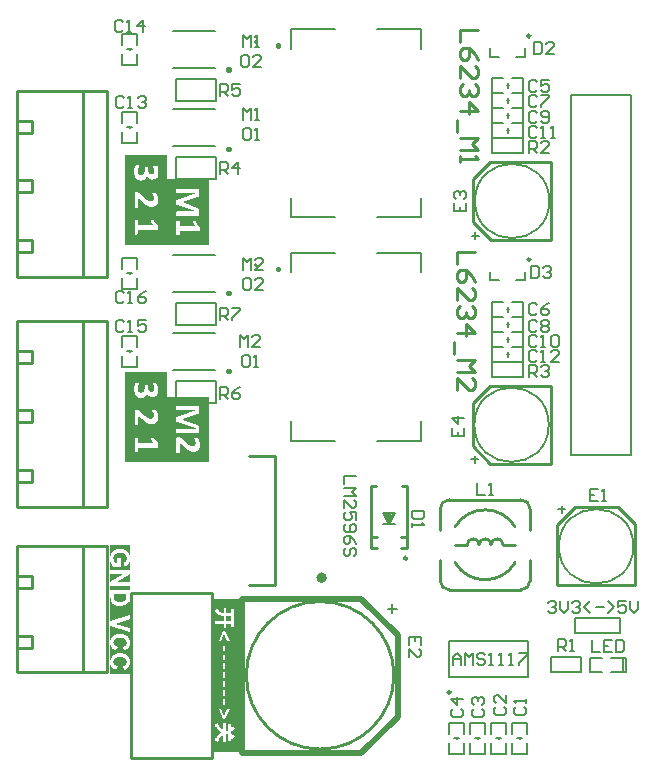
<source format=gto>
G04*
G04 #@! TF.GenerationSoftware,Altium Limited,Altium Designer,21.5.1 (32)*
G04*
G04 Layer_Color=65535*
%FSLAX25Y25*%
%MOIN*%
G70*
G04*
G04 #@! TF.SameCoordinates,4ADBACA6-D99A-42C5-8304-42A3838A2759*
G04*
G04*
G04 #@! TF.FilePolarity,Positive*
G04*
G01*
G75*
%ADD10C,0.00787*%
%ADD11C,0.01968*%
%ADD12C,0.01000*%
%ADD13C,0.00984*%
%ADD14C,0.00800*%
%ADD15C,0.00500*%
%ADD16C,0.00600*%
%ADD17C,0.02000*%
G36*
X59000Y-10044D02*
X50000D01*
Y41044D01*
X59000D01*
Y-10044D01*
D02*
G37*
G36*
X35037Y180776D02*
X48849D01*
Y159000D01*
X35000D01*
Y159033D01*
X21000D01*
Y188967D01*
X35037D01*
Y180776D01*
D02*
G37*
G36*
X22628Y57685D02*
X22518D01*
X22628D01*
Y54673D01*
X22614Y54833D01*
X22600Y54985D01*
X22579Y55131D01*
X22551Y55270D01*
X22524Y55395D01*
X22496Y55513D01*
X22468Y55617D01*
X22440Y55714D01*
X22412Y55797D01*
X22385Y55867D01*
X22357Y55929D01*
X22336Y55978D01*
X22322Y56012D01*
X22315Y56033D01*
X22308Y56040D01*
X22225Y56186D01*
X22135Y56325D01*
X22045Y56457D01*
X21948Y56575D01*
X21844Y56686D01*
X21746Y56783D01*
X21649Y56880D01*
X21552Y56956D01*
X21462Y57033D01*
X21378Y57095D01*
X21302Y57144D01*
X21240Y57192D01*
X21184Y57227D01*
X21143Y57248D01*
X21115Y57262D01*
X21108Y57269D01*
X20962Y57345D01*
X20809Y57407D01*
X20657Y57463D01*
X20504Y57512D01*
X20351Y57546D01*
X20206Y57581D01*
X20060Y57609D01*
X19928Y57630D01*
X19803Y57650D01*
X19692Y57664D01*
X19588Y57671D01*
X19498Y57678D01*
X19428Y57685D01*
X16000D01*
X19331D01*
X19158Y57678D01*
X18991Y57671D01*
X18832Y57650D01*
X18672Y57630D01*
X18526Y57595D01*
X18387Y57567D01*
X18256Y57532D01*
X18131Y57498D01*
X18020Y57463D01*
X17922Y57428D01*
X17832Y57393D01*
X17763Y57366D01*
X17700Y57345D01*
X17659Y57324D01*
X17631Y57317D01*
X17624Y57310D01*
X17478Y57234D01*
X17346Y57158D01*
X17221Y57067D01*
X17104Y56977D01*
X16999Y56887D01*
X16895Y56790D01*
X16805Y56700D01*
X16729Y56609D01*
X16652Y56526D01*
X16590Y56450D01*
X16541Y56373D01*
X16493Y56318D01*
X16458Y56262D01*
X16437Y56228D01*
X16423Y56200D01*
X16416Y56193D01*
X16340Y56047D01*
X16278Y55901D01*
X16222Y55756D01*
X16173Y55603D01*
X16139Y55450D01*
X16104Y55305D01*
X16076Y55166D01*
X16056Y55034D01*
X16035Y54909D01*
X16021Y54798D01*
X16014Y54694D01*
X16007Y54604D01*
X16000Y54534D01*
Y54437D01*
X16007Y54291D01*
X16014Y54146D01*
X16049Y53861D01*
X16069Y53722D01*
X16097Y53597D01*
X16125Y53472D01*
X16153Y53361D01*
X16180Y53257D01*
X16201Y53160D01*
X16229Y53077D01*
X16250Y53007D01*
X16271Y52952D01*
X16285Y52910D01*
X16298Y52882D01*
Y52876D01*
X16354Y52737D01*
X16416Y52605D01*
X16472Y52480D01*
X16534Y52369D01*
X16590Y52258D01*
X16645Y52161D01*
X16701Y52078D01*
X16757Y51994D01*
X16805Y51925D01*
X16847Y51862D01*
X16888Y51814D01*
X16923Y51772D01*
X16951Y51737D01*
X16972Y51717D01*
X16978Y51703D01*
X16985Y51696D01*
X19546D01*
Y54479D01*
X18464D01*
Y53000D01*
X17645D01*
X17561Y53118D01*
X17492Y53237D01*
X17430Y53354D01*
X17374Y53465D01*
X17325Y53563D01*
X17291Y53639D01*
X17277Y53667D01*
X17270Y53688D01*
X17263Y53701D01*
Y53708D01*
X17208Y53861D01*
X17173Y54007D01*
X17145Y54139D01*
X17124Y54264D01*
X17110Y54368D01*
Y54416D01*
X17104Y54451D01*
Y54520D01*
X17110Y54673D01*
X17131Y54812D01*
X17159Y54944D01*
X17194Y55076D01*
X17235Y55194D01*
X17284Y55298D01*
X17333Y55402D01*
X17388Y55492D01*
X17444Y55568D01*
X17492Y55645D01*
X17541Y55700D01*
X17582Y55756D01*
X17617Y55790D01*
X17652Y55825D01*
X17666Y55839D01*
X17673Y55846D01*
X17784Y55936D01*
X17909Y56012D01*
X18040Y56082D01*
X18179Y56137D01*
X18325Y56186D01*
X18464Y56228D01*
X18609Y56262D01*
X18741Y56290D01*
X18873Y56311D01*
X18998Y56325D01*
X19102Y56339D01*
X19199Y56346D01*
X19276D01*
X19338Y56353D01*
X19373D01*
X19387D01*
X19581Y56346D01*
X19761Y56332D01*
X19928Y56304D01*
X20081Y56276D01*
X20226Y56235D01*
X20358Y56193D01*
X20476Y56151D01*
X20580Y56103D01*
X20677Y56054D01*
X20754Y56012D01*
X20823Y55971D01*
X20879Y55929D01*
X20927Y55901D01*
X20955Y55874D01*
X20976Y55860D01*
X20983Y55853D01*
X21080Y55756D01*
X21163Y55652D01*
X21233Y55541D01*
X21295Y55430D01*
X21351Y55318D01*
X21392Y55207D01*
X21427Y55096D01*
X21455Y54992D01*
X21476Y54895D01*
X21497Y54798D01*
X21510Y54715D01*
X21517Y54645D01*
X21524Y54590D01*
Y54506D01*
X21510Y54305D01*
X21483Y54125D01*
X21434Y53965D01*
X21385Y53833D01*
X21358Y53778D01*
X21337Y53722D01*
X21309Y53681D01*
X21288Y53646D01*
X21274Y53611D01*
X21260Y53590D01*
X21247Y53584D01*
Y53576D01*
X21136Y53445D01*
X21018Y53341D01*
X20893Y53250D01*
X20775Y53181D01*
X20671Y53125D01*
X20622Y53105D01*
X20580Y53091D01*
X20553Y53077D01*
X20525Y53070D01*
X20511Y53063D01*
X20504D01*
X20747Y51779D01*
X20907Y51821D01*
X21059Y51869D01*
X21205Y51932D01*
X21337Y51994D01*
X21455Y52064D01*
X21573Y52140D01*
X21677Y52209D01*
X21767Y52286D01*
X21850Y52355D01*
X21927Y52425D01*
X21982Y52487D01*
X22038Y52535D01*
X22079Y52584D01*
X22107Y52619D01*
X22121Y52640D01*
X22128Y52647D01*
X22218Y52778D01*
X22295Y52917D01*
X22357Y53063D01*
X22420Y53216D01*
X22468Y53375D01*
X22503Y53528D01*
X22537Y53681D01*
X22565Y53826D01*
X22586Y53965D01*
X22600Y54090D01*
X22614Y54208D01*
X22621Y54312D01*
X22628Y54388D01*
Y51696D01*
D01*
Y29356D01*
X21390D01*
X22628D01*
Y26365D01*
X22621Y26608D01*
X22593Y26844D01*
X22544Y27066D01*
X22489Y27274D01*
X22420Y27468D01*
X22350Y27642D01*
X22267Y27808D01*
X22184Y27954D01*
X22100Y28086D01*
X22024Y28204D01*
X21948Y28301D01*
X21878Y28384D01*
X21823Y28454D01*
X21781Y28495D01*
X21746Y28530D01*
X21739Y28537D01*
X21566Y28683D01*
X21378Y28808D01*
X21184Y28919D01*
X20983Y29009D01*
X20775Y29092D01*
X20567Y29155D01*
X20365Y29210D01*
X20164Y29252D01*
X19984Y29287D01*
X19810Y29314D01*
X19650Y29328D01*
X19519Y29342D01*
X19408Y29349D01*
X19366Y29356D01*
X16007D01*
X19255D01*
X18977Y29349D01*
X18721Y29321D01*
X18478Y29280D01*
X18249Y29231D01*
X18033Y29168D01*
X17839Y29099D01*
X17659Y29023D01*
X17499Y28947D01*
X17353Y28870D01*
X17228Y28794D01*
X17124Y28724D01*
X17034Y28662D01*
X16965Y28613D01*
X16916Y28572D01*
X16881Y28544D01*
X16874Y28537D01*
X16722Y28377D01*
X16590Y28211D01*
X16472Y28037D01*
X16375Y27864D01*
X16292Y27690D01*
X16222Y27517D01*
X16160Y27343D01*
X16118Y27184D01*
X16076Y27031D01*
X16056Y26885D01*
X16035Y26760D01*
X16021Y26656D01*
X16014Y26566D01*
X16007Y26497D01*
Y26441D01*
X16014Y26254D01*
X16028Y26073D01*
X16056Y25900D01*
X16083Y25740D01*
X16125Y25587D01*
X16167Y25449D01*
X16215Y25317D01*
X16264Y25206D01*
X16305Y25095D01*
X16354Y25005D01*
X16396Y24928D01*
X16437Y24859D01*
X16465Y24810D01*
X16493Y24769D01*
X16507Y24748D01*
X16514Y24741D01*
X16618Y24616D01*
X16729Y24505D01*
X16847Y24401D01*
X16978Y24304D01*
X17104Y24220D01*
X17235Y24137D01*
X17367Y24068D01*
X17492Y24005D01*
X17610Y23950D01*
X17721Y23901D01*
X17825Y23866D01*
X17909Y23832D01*
X17985Y23804D01*
X18033Y23790D01*
X18068Y23776D01*
X16007D01*
X21644D01*
X18082D01*
X18471Y25032D01*
X18346Y25067D01*
X18221Y25102D01*
X18110Y25143D01*
X18013Y25185D01*
X17915Y25234D01*
X17832Y25275D01*
X17756Y25324D01*
X17686Y25365D01*
X17631Y25407D01*
X17575Y25449D01*
X17534Y25483D01*
X17499Y25511D01*
X17471Y25539D01*
X17450Y25560D01*
X17444Y25567D01*
X17437Y25574D01*
X17381Y25643D01*
X17333Y25719D01*
X17249Y25865D01*
X17194Y26011D01*
X17152Y26150D01*
X17131Y26275D01*
X17117Y26323D01*
Y26372D01*
X17110Y26406D01*
Y26455D01*
X17117Y26580D01*
X17131Y26705D01*
X17159Y26823D01*
X17194Y26927D01*
X17228Y27031D01*
X17270Y27121D01*
X17319Y27211D01*
X17367Y27288D01*
X17416Y27357D01*
X17464Y27420D01*
X17506Y27468D01*
X17541Y27517D01*
X17575Y27545D01*
X17603Y27572D01*
X17617Y27586D01*
X17624Y27593D01*
X17728Y27670D01*
X17846Y27732D01*
X17971Y27794D01*
X18110Y27843D01*
X18256Y27885D01*
X18394Y27919D01*
X18679Y27968D01*
X18818Y27989D01*
X18943Y28003D01*
X19054Y28010D01*
X19158Y28016D01*
X19234Y28023D01*
X19297D01*
X19338D01*
X19352D01*
X19560Y28016D01*
X19755Y28003D01*
X19928Y27982D01*
X20095Y27954D01*
X20247Y27919D01*
X20379Y27885D01*
X20504Y27843D01*
X20608Y27801D01*
X20705Y27767D01*
X20789Y27725D01*
X20858Y27690D01*
X20913Y27656D01*
X20955Y27628D01*
X20990Y27607D01*
X21004Y27593D01*
X21011Y27586D01*
X21101Y27503D01*
X21177Y27406D01*
X21247Y27316D01*
X21309Y27218D01*
X21358Y27121D01*
X21399Y27024D01*
X21434Y26927D01*
X21462Y26837D01*
X21483Y26753D01*
X21497Y26677D01*
X21510Y26608D01*
X21517Y26545D01*
X21524Y26497D01*
Y26427D01*
X21510Y26240D01*
X21476Y26073D01*
X21434Y25928D01*
X21378Y25796D01*
X21323Y25692D01*
X21302Y25650D01*
X21281Y25615D01*
X21260Y25587D01*
X21247Y25567D01*
X21240Y25560D01*
X21233Y25553D01*
X21115Y25428D01*
X20990Y25324D01*
X20858Y25240D01*
X20733Y25178D01*
X20622Y25130D01*
X20573Y25109D01*
X20532Y25095D01*
X20497Y25088D01*
X20469Y25081D01*
X20456Y25074D01*
X20448D01*
X20754Y23797D01*
X20893Y23839D01*
X21024Y23887D01*
X21143Y23943D01*
X21260Y23991D01*
X21365Y24047D01*
X21462Y24102D01*
X21545Y24158D01*
X21628Y24206D01*
X21698Y24262D01*
X21760Y24304D01*
X21809Y24345D01*
X21850Y24387D01*
X21885Y24415D01*
X21906Y24435D01*
X21920Y24449D01*
X21927Y24456D01*
X22052Y24602D01*
X22156Y24748D01*
X22253Y24907D01*
X22329Y25067D01*
X22399Y25227D01*
X22454Y25386D01*
X22503Y25539D01*
X22537Y25685D01*
X22572Y25824D01*
X22593Y25955D01*
X22607Y26073D01*
X22614Y26171D01*
X22621Y26254D01*
X22628Y26309D01*
Y23776D01*
D01*
Y22895D01*
X21180D01*
X22628D01*
Y19904D01*
X22621Y20146D01*
X22593Y20382D01*
X22544Y20605D01*
X22489Y20813D01*
X22420Y21007D01*
X22350Y21181D01*
X22267Y21347D01*
X22184Y21493D01*
X22100Y21625D01*
X22024Y21743D01*
X21948Y21840D01*
X21878Y21923D01*
X21823Y21993D01*
X21781Y22034D01*
X21746Y22069D01*
X21739Y22076D01*
X21566Y22222D01*
X21378Y22346D01*
X21184Y22458D01*
X20983Y22548D01*
X20775Y22631D01*
X20567Y22693D01*
X20365Y22749D01*
X20164Y22791D01*
X19984Y22825D01*
X19810Y22853D01*
X19650Y22867D01*
X19519Y22881D01*
X19408Y22888D01*
X19366Y22895D01*
X16007D01*
X19255D01*
X18977Y22888D01*
X18721Y22860D01*
X18478Y22818D01*
X18249Y22770D01*
X18033Y22707D01*
X17839Y22638D01*
X17659Y22562D01*
X17499Y22485D01*
X17353Y22409D01*
X17228Y22333D01*
X17124Y22263D01*
X17034Y22201D01*
X16965Y22152D01*
X16916Y22111D01*
X16881Y22083D01*
X16874Y22076D01*
X16722Y21916D01*
X16590Y21750D01*
X16472Y21576D01*
X16375Y21403D01*
X16292Y21229D01*
X16222Y21056D01*
X16160Y20882D01*
X16118Y20723D01*
X16076Y20570D01*
X16056Y20424D01*
X16035Y20299D01*
X16021Y20195D01*
X16014Y20105D01*
X16007Y20035D01*
Y19980D01*
X16014Y19793D01*
X16028Y19612D01*
X16056Y19439D01*
X16083Y19279D01*
X16125Y19126D01*
X16167Y18988D01*
X16215Y18856D01*
X16264Y18745D01*
X16305Y18634D01*
X16354Y18543D01*
X16396Y18467D01*
X16437Y18398D01*
X16465Y18349D01*
X16493Y18307D01*
X16507Y18287D01*
X16514Y18280D01*
X16618Y18155D01*
X16729Y18044D01*
X16847Y17940D01*
X16978Y17842D01*
X17104Y17759D01*
X17235Y17676D01*
X17367Y17606D01*
X17492Y17544D01*
X17610Y17489D01*
X17721Y17440D01*
X17825Y17405D01*
X17909Y17370D01*
X17985Y17343D01*
X18033Y17329D01*
X18068Y17315D01*
X16007D01*
X21495D01*
X18082D01*
X18471Y18571D01*
X18346Y18606D01*
X18221Y18641D01*
X18110Y18682D01*
X18013Y18724D01*
X17915Y18772D01*
X17832Y18814D01*
X17756Y18863D01*
X17686Y18904D01*
X17631Y18946D01*
X17575Y18988D01*
X17534Y19022D01*
X17499Y19050D01*
X17471Y19078D01*
X17450Y19099D01*
X17444Y19105D01*
X17437Y19113D01*
X17381Y19182D01*
X17333Y19258D01*
X17249Y19404D01*
X17194Y19550D01*
X17152Y19689D01*
X17131Y19813D01*
X17117Y19862D01*
Y19911D01*
X17110Y19945D01*
Y19994D01*
X17117Y20119D01*
X17131Y20244D01*
X17159Y20362D01*
X17194Y20466D01*
X17228Y20570D01*
X17270Y20660D01*
X17319Y20750D01*
X17367Y20827D01*
X17416Y20896D01*
X17464Y20958D01*
X17506Y21007D01*
X17541Y21056D01*
X17575Y21083D01*
X17603Y21111D01*
X17617Y21125D01*
X17624Y21132D01*
X17728Y21208D01*
X17846Y21271D01*
X17971Y21333D01*
X18110Y21382D01*
X18256Y21423D01*
X18394Y21458D01*
X18679Y21507D01*
X18818Y21528D01*
X18943Y21542D01*
X19054Y21548D01*
X19158Y21555D01*
X19234Y21562D01*
X19297D01*
X19338D01*
X19352D01*
X19560Y21555D01*
X19755Y21542D01*
X19928Y21521D01*
X20095Y21493D01*
X20247Y21458D01*
X20379Y21423D01*
X20504Y21382D01*
X20608Y21340D01*
X20705Y21305D01*
X20789Y21264D01*
X20858Y21229D01*
X20913Y21194D01*
X20955Y21167D01*
X20990Y21146D01*
X21004Y21132D01*
X21011Y21125D01*
X21101Y21042D01*
X21177Y20945D01*
X21247Y20854D01*
X21309Y20757D01*
X21358Y20660D01*
X21399Y20563D01*
X21434Y20466D01*
X21462Y20376D01*
X21483Y20292D01*
X21497Y20216D01*
X21510Y20146D01*
X21517Y20084D01*
X21524Y20035D01*
Y19966D01*
X21510Y19779D01*
X21476Y19612D01*
X21434Y19466D01*
X21378Y19335D01*
X21323Y19230D01*
X21302Y19189D01*
X21281Y19154D01*
X21260Y19126D01*
X21247Y19105D01*
X21240Y19099D01*
X21233Y19092D01*
X21115Y18967D01*
X20990Y18863D01*
X20858Y18779D01*
X20733Y18717D01*
X20622Y18668D01*
X20573Y18647D01*
X20532Y18634D01*
X20497Y18627D01*
X20469Y18620D01*
X20456Y18613D01*
X20448D01*
X20754Y17336D01*
X20893Y17378D01*
X21024Y17426D01*
X21143Y17482D01*
X21260Y17530D01*
X21365Y17586D01*
X21462Y17641D01*
X21545Y17697D01*
X21628Y17745D01*
X21698Y17801D01*
X21760Y17842D01*
X21809Y17884D01*
X21850Y17926D01*
X21885Y17954D01*
X21906Y17974D01*
X21920Y17988D01*
X21927Y17995D01*
X22052Y18141D01*
X22156Y18287D01*
X22253Y18446D01*
X22329Y18606D01*
X22399Y18766D01*
X22454Y18925D01*
X22503Y19078D01*
X22537Y19223D01*
X22572Y19362D01*
X22593Y19494D01*
X22607Y19612D01*
X22614Y19709D01*
X22621Y19793D01*
X22628Y19848D01*
Y17315D01*
D01*
Y15908D01*
X16000D01*
Y59092D01*
X22628D01*
Y57685D01*
D02*
G37*
G36*
X35037Y116467D02*
Y108388D01*
X48932D01*
Y86612D01*
X35037D01*
Y86533D01*
X21000D01*
Y116467D01*
X35037D01*
D02*
G37*
%LPC*%
G36*
X57219Y37806D02*
Y37444D01*
X56350D01*
Y36263D01*
X54719D01*
Y37806D01*
X51000D01*
X53856D01*
Y36300D01*
X53688Y36312D01*
X53525Y36338D01*
X53381Y36369D01*
X53244Y36400D01*
X53119Y36437D01*
X53000Y36475D01*
X52900Y36519D01*
X52806Y36562D01*
X52725Y36600D01*
X52650Y36644D01*
X52594Y36675D01*
X52544Y36706D01*
X52506Y36737D01*
X52481Y36756D01*
X52463Y36769D01*
X52456Y36775D01*
X52294Y36937D01*
X52144Y37106D01*
X52006Y37275D01*
X51894Y37437D01*
X51844Y37512D01*
X51800Y37581D01*
X51762Y37637D01*
X51731Y37694D01*
X51706Y37731D01*
X51688Y37769D01*
X51681Y37788D01*
X51675Y37794D01*
X51544Y37625D01*
X51425Y37469D01*
X51306Y37325D01*
X51206Y37200D01*
X51162Y37150D01*
X51119Y37100D01*
X51087Y37056D01*
X51056Y37019D01*
X51031Y36994D01*
X51012Y36975D01*
X51006Y36963D01*
X51000Y36956D01*
X51081Y36812D01*
X51169Y36675D01*
X51256Y36550D01*
X51350Y36437D01*
X51437Y36331D01*
X51519Y36231D01*
X51606Y36144D01*
X51681Y36069D01*
X51756Y36000D01*
X51825Y35938D01*
X51888Y35888D01*
X51938Y35850D01*
X51981Y35819D01*
X52012Y35794D01*
X52031Y35781D01*
X52038Y35775D01*
X52156Y35706D01*
X52288Y35644D01*
X52431Y35587D01*
X52575Y35537D01*
X52881Y35456D01*
X53031Y35425D01*
X53175Y35400D01*
X53312Y35375D01*
X53444Y35356D01*
X53556Y35344D01*
X53656Y35337D01*
X53737Y35325D01*
X53806D01*
X53825Y35319D01*
X53844D01*
X53850D01*
X53856D01*
Y33531D01*
X51131D01*
Y32569D01*
X53856D01*
Y31212D01*
X57219D01*
Y37806D01*
D02*
G37*
G36*
X54256Y30181D02*
X53719D01*
X52181Y26856D01*
X53000D01*
X53981Y29237D01*
X54000D01*
X55056Y26856D01*
X55875D01*
X54256Y30181D01*
D02*
G37*
G36*
X54281Y25406D02*
X53525D01*
Y23444D01*
X54281D01*
Y25406D01*
D02*
G37*
G36*
Y22431D02*
X53525D01*
Y20469D01*
X54281D01*
Y22431D01*
D02*
G37*
G36*
Y19456D02*
X53525D01*
Y17494D01*
X54281D01*
Y19456D01*
D02*
G37*
G36*
Y16481D02*
X53525D01*
Y14519D01*
X54281D01*
Y16481D01*
D02*
G37*
G36*
Y13506D02*
X53525D01*
Y11544D01*
X54281D01*
Y13506D01*
D02*
G37*
G36*
Y10531D02*
X53525D01*
Y8569D01*
X54281D01*
Y10531D01*
D02*
G37*
G36*
Y7556D02*
X53525D01*
Y5594D01*
X54281D01*
Y7556D01*
D02*
G37*
G36*
X55913Y4163D02*
X52219D01*
D01*
X53756Y838D01*
X53450D01*
X55913D01*
X54294D01*
X55913Y4163D01*
D02*
G37*
G36*
X57619Y-194D02*
X51012D01*
Y-6806D01*
X54316D01*
X52006D01*
X51012D01*
Y-931D01*
X51087Y-1106D01*
X51162Y-1281D01*
X51244Y-1444D01*
X51325Y-1600D01*
X51406Y-1750D01*
X51494Y-1887D01*
X51575Y-2025D01*
X51662Y-2150D01*
X51744Y-2275D01*
X51831Y-2387D01*
X51912Y-2500D01*
X51994Y-2600D01*
X52156Y-2788D01*
X52312Y-2950D01*
X52463Y-3087D01*
X52594Y-3206D01*
X52719Y-3306D01*
X52819Y-3381D01*
X52906Y-3438D01*
X52969Y-3481D01*
X52994Y-3494D01*
X53013Y-3506D01*
X53019Y-3512D01*
X53025D01*
X52894Y-3588D01*
X52769Y-3663D01*
X52538Y-3838D01*
X52325Y-4031D01*
X52125Y-4237D01*
X51950Y-4450D01*
X51794Y-4669D01*
X51650Y-4888D01*
X51525Y-5100D01*
X51419Y-5306D01*
X51331Y-5500D01*
X51250Y-5675D01*
X51219Y-5756D01*
X51194Y-5825D01*
X51169Y-5894D01*
X51144Y-5956D01*
X51125Y-6006D01*
X51113Y-6050D01*
X51100Y-6087D01*
X51094Y-6112D01*
X51087Y-6125D01*
Y-6131D01*
X51150Y-6175D01*
X51219Y-6219D01*
X51363Y-6325D01*
X51519Y-6437D01*
X51662Y-6544D01*
X51731Y-6600D01*
X51800Y-6650D01*
X51856Y-6694D01*
X51906Y-6731D01*
X51950Y-6763D01*
X51981Y-6787D01*
X52000Y-6800D01*
X52006Y-6806D01*
X52044Y-6625D01*
X52087Y-6444D01*
X52138Y-6275D01*
X52194Y-6119D01*
X52250Y-5962D01*
X52306Y-5819D01*
X52369Y-5681D01*
X52438Y-5550D01*
X52506Y-5425D01*
X52575Y-5306D01*
X52644Y-5194D01*
X52713Y-5088D01*
X52788Y-4987D01*
X52856Y-4900D01*
X53000Y-4731D01*
X53137Y-4588D01*
X53263Y-4469D01*
X53381Y-4369D01*
X53487Y-4294D01*
X53575Y-4237D01*
X53637Y-4194D01*
X53663Y-4181D01*
X53681Y-4169D01*
X53688Y-4163D01*
X53694D01*
Y-6756D01*
X54550D01*
Y-4000D01*
X54656D01*
X54756D01*
X54850D01*
X54931Y-4006D01*
X55006D01*
X55081D01*
X55144D01*
X55200D01*
X55250D01*
X55287D01*
X55325D01*
X55356D01*
X55375D01*
X55394D01*
X55406D01*
Y-6425D01*
X56262D01*
Y-4944D01*
X57119Y-5669D01*
X57619Y-4713D01*
D01*
X57375Y-4563D01*
X57131Y-4412D01*
X56906Y-4262D01*
X56800Y-4188D01*
X56700Y-4119D01*
X56606Y-4056D01*
X56519Y-4000D01*
X56444Y-3944D01*
X56381Y-3900D01*
X56331Y-3862D01*
X56294Y-3838D01*
X56269Y-3819D01*
X56262Y-3813D01*
Y-2662D01*
X56563Y-3094D01*
X56700Y-2975D01*
X56825Y-2863D01*
X56937Y-2756D01*
X57044Y-2662D01*
X57138Y-2581D01*
X57225Y-2500D01*
X57306Y-2431D01*
X57375Y-2369D01*
X57431Y-2319D01*
X57481Y-2275D01*
X57525Y-2238D01*
X57563Y-2206D01*
X57587Y-2181D01*
X57606Y-2162D01*
X57613Y-2156D01*
X57619Y-2150D01*
D01*
X57087Y-1394D01*
X56956Y-1500D01*
X56819Y-1612D01*
X56681Y-1725D01*
X56556Y-1825D01*
X56437Y-1912D01*
X56388Y-1956D01*
X56344Y-1987D01*
X56313Y-2012D01*
X56287Y-2031D01*
X56269Y-2044D01*
X56262Y-2050D01*
Y-612D01*
X55406D01*
Y-3019D01*
X55263D01*
X55131Y-3012D01*
X55019D01*
X54925Y-3006D01*
X54844D01*
X54775D01*
X54712D01*
X54669Y-3000D01*
X54631D01*
X54606D01*
X54581D01*
X54569D01*
X54556D01*
X54550D01*
Y-262D01*
X53694D01*
Y-2819D01*
X53581Y-2763D01*
X53475Y-2700D01*
X53375Y-2631D01*
X53275Y-2556D01*
X53175Y-2469D01*
X53081Y-2381D01*
X52906Y-2187D01*
X52744Y-1975D01*
X52594Y-1756D01*
X52456Y-1531D01*
X52331Y-1312D01*
X52219Y-1094D01*
X52125Y-888D01*
X52044Y-700D01*
X52006Y-612D01*
X51975Y-531D01*
X51950Y-456D01*
X51925Y-394D01*
X51906Y-331D01*
X51888Y-288D01*
X51875Y-244D01*
X51863Y-219D01*
X51856Y-200D01*
Y-194D01*
X51688Y-350D01*
X51531Y-488D01*
X51388Y-612D01*
X51262Y-725D01*
X51206Y-769D01*
X51156Y-812D01*
X51113Y-844D01*
X51081Y-875D01*
X51050Y-900D01*
X51031Y-919D01*
X51019Y-925D01*
X51012Y-931D01*
Y-194D01*
X57619D01*
D02*
G37*
%LPD*%
G36*
X56350Y33531D02*
X54719D01*
Y35300D01*
X56350D01*
Y33531D01*
D02*
G37*
G36*
Y31494D02*
X57219D01*
Y31212D01*
X54719D01*
Y32569D01*
X56350D01*
Y31494D01*
D02*
G37*
G36*
X54031Y1769D02*
X54019D01*
X53038Y4163D01*
X55094D01*
X54031Y1769D01*
D02*
G37*
%LPC*%
G36*
X32037Y185581D02*
X26817D01*
X32037D01*
Y183239D01*
X32026Y183395D01*
X32016Y183530D01*
X31995Y183645D01*
X31984Y183749D01*
X31964Y183822D01*
X31953Y183863D01*
Y183884D01*
X31922Y184020D01*
X31891Y184144D01*
X31860Y184249D01*
X31828Y184353D01*
X31808Y184426D01*
X31787Y184488D01*
X31776Y184530D01*
X31766Y184540D01*
X31724Y184644D01*
X31693Y184728D01*
X31651Y184811D01*
X31620Y184884D01*
X31589Y184936D01*
X31568Y184977D01*
X31558Y184998D01*
X31547Y185009D01*
X31506Y185071D01*
X31474Y185123D01*
X31422Y185196D01*
X31391Y185238D01*
X31381Y185248D01*
X31339Y185290D01*
X31308Y185321D01*
X31287Y185331D01*
X31277Y185342D01*
X31204Y185373D01*
X31172Y185383D01*
X31162D01*
X31110Y185394D01*
X31058D01*
X31016Y185404D01*
X30996D01*
X30912D01*
X30839D01*
X30777D01*
X30756D01*
X30746D01*
X30621D01*
X30538Y185394D01*
X30475D01*
X30465D01*
X30454D01*
X30381Y185383D01*
X30319Y185373D01*
X30288Y185363D01*
X30277D01*
X30246Y185342D01*
X30225Y185331D01*
X30204Y185310D01*
X30184Y185248D01*
Y185217D01*
X30194Y185154D01*
X30236Y185081D01*
X30267Y185019D01*
X30277Y185009D01*
Y184998D01*
X30350Y184873D01*
X30413Y184748D01*
X30444Y184696D01*
X30465Y184655D01*
X30485Y184634D01*
Y184623D01*
X30569Y184457D01*
X30631Y184301D01*
X30662Y184228D01*
X30673Y184176D01*
X30694Y184144D01*
Y184134D01*
X30746Y183926D01*
X30766Y183822D01*
X30777Y183728D01*
X30787Y183655D01*
Y183541D01*
X30777Y183353D01*
X30766Y183270D01*
X30746Y183208D01*
X30735Y183145D01*
X30714Y183104D01*
X30704Y183083D01*
Y183072D01*
X30642Y182937D01*
X30569Y182823D01*
X30548Y182791D01*
X30517Y182760D01*
X30506Y182750D01*
X30496Y182739D01*
X30392Y182656D01*
X30298Y182594D01*
X30256Y182573D01*
X30225Y182552D01*
X30204Y182541D01*
X30194D01*
X30059Y182500D01*
X29944Y182479D01*
X29892Y182468D01*
X29850D01*
X29830D01*
X29819D01*
X29632Y182489D01*
X29548Y182500D01*
X29486Y182521D01*
X29424Y182541D01*
X29382Y182552D01*
X29351Y182573D01*
X29340D01*
X29195Y182656D01*
X29080Y182750D01*
X29038Y182791D01*
X29007Y182823D01*
X28986Y182843D01*
X28976Y182854D01*
X28882Y182999D01*
X28809Y183145D01*
X28778Y183208D01*
X28768Y183260D01*
X28747Y183291D01*
Y183301D01*
X28705Y183510D01*
X28695Y183614D01*
X28684Y183707D01*
X28674Y183791D01*
Y184644D01*
X28664Y184686D01*
X28653Y184707D01*
X28643Y184717D01*
X28622Y184748D01*
X28591Y184769D01*
X28570Y184790D01*
X28560Y184800D01*
X28508Y184821D01*
X28445Y184832D01*
X28403Y184842D01*
X28393D01*
X28383D01*
X28299Y184852D01*
X28206D01*
X28164D01*
X28133D01*
X28112D01*
X28102D01*
X27977D01*
X27883Y184842D01*
X27821D01*
X27810D01*
X27800D01*
X27727Y184832D01*
X27664Y184821D01*
X27633Y184800D01*
X27623D01*
X27581Y184769D01*
X27560Y184738D01*
X27539Y184717D01*
Y184707D01*
X27529Y184655D01*
X27519Y184613D01*
Y183739D01*
X27508Y183603D01*
X27487Y183478D01*
X27477Y183374D01*
X27456Y183291D01*
X27435Y183218D01*
X27425Y183176D01*
Y183166D01*
X27394Y183052D01*
X27352Y182947D01*
X27310Y182864D01*
X27279Y182781D01*
X27237Y182729D01*
X27217Y182677D01*
X27196Y182656D01*
X27185Y182645D01*
X27071Y182510D01*
X26946Y182406D01*
X26894Y182375D01*
X26863Y182354D01*
X26831Y182333D01*
X26821D01*
X26738Y182292D01*
X26655Y182271D01*
X26509Y182229D01*
X26436D01*
X26384Y182219D01*
X26353D01*
X26342D01*
X26165Y182229D01*
X26092Y182250D01*
X26030Y182260D01*
X25967Y182281D01*
X25926Y182302D01*
X25905Y182312D01*
X25895D01*
X25759Y182385D01*
X25645Y182468D01*
X25603Y182510D01*
X25582Y182541D01*
X25561Y182562D01*
X25551Y182573D01*
X25457Y182718D01*
X25385Y182854D01*
X25364Y182916D01*
X25343Y182968D01*
X25332Y182999D01*
Y183010D01*
X25291Y183208D01*
X25280Y183301D01*
X25270Y183385D01*
X25260Y183468D01*
Y183728D01*
X25270Y183853D01*
X25280Y183978D01*
X25301Y184082D01*
X25312Y184165D01*
X25322Y184228D01*
X25332Y184269D01*
Y184280D01*
X25364Y184384D01*
X25395Y184488D01*
X25426Y184582D01*
X25457Y184655D01*
X25478Y184717D01*
X25499Y184769D01*
X25510Y184800D01*
Y184811D01*
X25572Y184967D01*
X25603Y185029D01*
X25634Y185081D01*
X25655Y185123D01*
X25676Y185154D01*
X25686Y185175D01*
Y185186D01*
X25738Y185279D01*
X25759Y185342D01*
X25770Y185383D01*
Y185425D01*
X25749Y185456D01*
X25718Y185498D01*
X25676Y185529D01*
X25666Y185539D01*
X25655D01*
X25603Y185550D01*
X25541Y185560D01*
X25405Y185571D01*
X25343Y185581D01*
X24000D01*
X24958D01*
X24874Y185571D01*
X24812Y185560D01*
X24760Y185550D01*
X24749D01*
X24687Y185529D01*
X24645Y185519D01*
X24614Y185508D01*
X24604D01*
X24531Y185456D01*
X24510Y185435D01*
X24500Y185425D01*
X24458Y185363D01*
X24416Y185290D01*
X24385Y185227D01*
X24364Y185206D01*
Y185196D01*
X24302Y185050D01*
X24239Y184915D01*
X24219Y184852D01*
X24198Y184800D01*
X24187Y184769D01*
Y184759D01*
X24135Y184550D01*
X24114Y184446D01*
X24094Y184353D01*
X24083Y184269D01*
X24073Y184207D01*
X24062Y184155D01*
Y184144D01*
X24031Y183874D01*
X24010Y183749D01*
Y183634D01*
X24000Y183541D01*
Y183395D01*
X24010Y183156D01*
X24021Y182927D01*
X24052Y182729D01*
X24083Y182541D01*
X24104Y182396D01*
X24135Y182281D01*
X24146Y182239D01*
Y182208D01*
X24156Y182198D01*
Y182187D01*
X24219Y181990D01*
X24292Y181802D01*
X24375Y181646D01*
X24448Y181511D01*
X24510Y181396D01*
X24562Y181313D01*
X24604Y181261D01*
X24614Y181240D01*
X24739Y181105D01*
X24864Y180980D01*
X24989Y180876D01*
X25114Y180782D01*
X25218Y180720D01*
X25301Y180668D01*
X25353Y180636D01*
X25374Y180626D01*
X25551Y180553D01*
X25728Y180491D01*
X25895Y180449D01*
X26061Y180428D01*
X26197Y180407D01*
X26311Y180397D01*
X24000D01*
X26530D01*
X26655Y180418D01*
X26759Y180439D01*
X26852Y180459D01*
X26936Y180480D01*
X26998Y180501D01*
X27040Y180511D01*
X27050Y180522D01*
X27258Y180626D01*
X27352Y180688D01*
X27435Y180740D01*
X27498Y180792D01*
X27550Y180834D01*
X27581Y180865D01*
X27591Y180876D01*
X27758Y181053D01*
X27831Y181147D01*
X27893Y181230D01*
X27935Y181303D01*
X27966Y181365D01*
X27987Y181407D01*
X27997Y181417D01*
X28091Y181667D01*
X28133Y181792D01*
X28164Y181906D01*
X28185Y182000D01*
X28195Y182073D01*
X28206Y182125D01*
Y182146D01*
X28216D01*
X28247Y182021D01*
X28289Y181906D01*
X28331Y181802D01*
X28372Y181719D01*
X28414Y181646D01*
X28435Y181584D01*
X28455Y181552D01*
X28466Y181542D01*
X28539Y181448D01*
X28601Y181365D01*
X28674Y181292D01*
X28736Y181230D01*
X28799Y181178D01*
X28841Y181147D01*
X28872Y181126D01*
X28882Y181115D01*
X29070Y181001D01*
X29163Y180949D01*
X29247Y180917D01*
X29320Y180886D01*
X29372Y180865D01*
X29413Y180845D01*
X29424D01*
X29663Y180792D01*
X29767Y180772D01*
X29871Y180761D01*
X29965Y180751D01*
X30027D01*
X30079D01*
X30090D01*
X30256Y180761D01*
X30413Y180772D01*
X30548Y180803D01*
X30673Y180824D01*
X30766Y180855D01*
X30839Y180886D01*
X30881Y180897D01*
X30902Y180907D01*
X31037Y180970D01*
X31152Y181042D01*
X31256Y181115D01*
X31350Y181199D01*
X31422Y181261D01*
X31474Y181313D01*
X31506Y181355D01*
X31516Y181365D01*
X31610Y181480D01*
X31683Y181605D01*
X31745Y181719D01*
X31808Y181834D01*
X31849Y181938D01*
X31880Y182021D01*
X31891Y182073D01*
X31901Y182094D01*
X31943Y182260D01*
X31984Y182427D01*
X32005Y182594D01*
X32016Y182750D01*
X32026Y182885D01*
X32037Y182989D01*
Y180397D01*
D01*
Y185581D01*
D02*
G37*
G36*
X45797Y177664D02*
D01*
Y177081D01*
X45787Y177175D01*
X45776Y177258D01*
X45745Y177331D01*
X45714Y177394D01*
X45683Y177446D01*
X45662Y177477D01*
X45641Y177498D01*
X45630Y177508D01*
X45568Y177560D01*
X45485Y177602D01*
X45412Y177623D01*
X45339Y177644D01*
X45266Y177654D01*
X45214Y177664D01*
X38250D01*
X38208Y177654D01*
X38167Y177644D01*
X38146Y177633D01*
X38135D01*
X38104Y177602D01*
X38083Y177560D01*
X38073Y177529D01*
X38063Y177519D01*
X38042Y177446D01*
X38031Y177373D01*
X38021Y177310D01*
Y177290D01*
X38010Y177175D01*
X38000Y177050D01*
Y176779D01*
X38010Y176665D01*
Y176623D01*
X38021Y176592D01*
Y176571D01*
X38031Y176478D01*
X38042Y176405D01*
X38063Y176353D01*
Y176342D01*
X38083Y176280D01*
X38115Y176249D01*
X38125Y176228D01*
X38135Y176217D01*
X38177Y176197D01*
X38208Y176176D01*
X38239D01*
X38250D01*
X44569D01*
Y176165D01*
X38250Y173990D01*
X38208Y173979D01*
X38167Y173958D01*
X38146Y173938D01*
X38135Y173927D01*
X38104Y173875D01*
X38083Y173823D01*
X38073Y173782D01*
X38063Y173771D01*
X38042Y173698D01*
X38031Y173625D01*
X38021Y173563D01*
Y173542D01*
X38010Y173427D01*
X38000Y173313D01*
Y173053D01*
X38010Y172938D01*
Y172845D01*
X38021Y172740D01*
X38031Y172668D01*
X38042Y172626D01*
Y172605D01*
X38073Y172543D01*
X38094Y172501D01*
X38115Y172470D01*
X38125Y172459D01*
X38208Y172397D01*
X38239Y172387D01*
X38250Y172376D01*
X44569Y170127D01*
Y170107D01*
X38250D01*
X38208Y170096D01*
X38167Y170086D01*
X38146Y170076D01*
X38135D01*
X38104Y170044D01*
X38083Y170003D01*
X38073Y169971D01*
X38063Y169961D01*
X38042Y169888D01*
X38031Y169815D01*
X38021Y169753D01*
Y169732D01*
X38010Y169617D01*
X38000Y169492D01*
Y169222D01*
X38010Y169107D01*
Y169066D01*
X38021Y169024D01*
Y169003D01*
X38031Y168910D01*
X38042Y168837D01*
X38063Y168785D01*
Y168774D01*
X38083Y168722D01*
X38115Y168681D01*
X38125Y168670D01*
X38135Y168660D01*
X38177Y168639D01*
X38208Y168618D01*
X38000D01*
D01*
X45797D01*
Y177664D01*
D02*
G37*
G36*
X32037Y176556D02*
X25084D01*
X32037D01*
D01*
D02*
G37*
G36*
X25020D02*
X24135D01*
X24645D01*
X24541Y176545D01*
X24500D01*
X24468Y176535D01*
X24458D01*
X24448D01*
X24354Y176504D01*
X24292Y176483D01*
X24250Y176462D01*
X24239Y176452D01*
X24198Y176400D01*
X24177Y176347D01*
X24156Y176306D01*
Y176295D01*
X24146Y176212D01*
X24135Y176139D01*
Y176176D01*
Y171600D01*
X24146Y171559D01*
X24156Y171528D01*
X24167Y171507D01*
Y171496D01*
X24198Y171465D01*
X24229Y171434D01*
X24260Y171423D01*
X24271Y171413D01*
X24343Y171392D01*
X24406Y171382D01*
X24458Y171371D01*
X24479D01*
X24573Y171361D01*
X24677Y171351D01*
X24135D01*
X24885D01*
X24979Y171361D01*
X25041Y171371D01*
X25051D01*
X25062D01*
X25145Y171392D01*
X25208Y171413D01*
X25249Y171423D01*
X25260Y171434D01*
X25312Y171455D01*
X25353Y171486D01*
X25364Y171507D01*
X25374Y171517D01*
X25395Y171559D01*
X25416Y171590D01*
Y174682D01*
X26342Y173776D01*
X26592Y173537D01*
X26811Y173318D01*
X27019Y173131D01*
X27185Y172975D01*
X27331Y172850D01*
X27435Y172756D01*
X27477Y172725D01*
X27508Y172704D01*
X27519Y172683D01*
X27529D01*
X27716Y172537D01*
X27893Y172402D01*
X28049Y172298D01*
X28185Y172204D01*
X28299Y172131D01*
X28393Y172079D01*
X28445Y172048D01*
X28466Y172038D01*
X28622Y171954D01*
X28768Y171892D01*
X28903Y171840D01*
X29018Y171798D01*
X29122Y171767D01*
X29195Y171746D01*
X29236Y171736D01*
X29257D01*
X29528Y171694D01*
X29653Y171684D01*
X29767Y171673D01*
X29861Y171663D01*
X29934D01*
X29975D01*
X29996D01*
X30152Y171673D01*
X30308Y171684D01*
X30444Y171715D01*
X30569Y171736D01*
X30662Y171767D01*
X30746Y171798D01*
X30787Y171809D01*
X30808Y171819D01*
X30944Y171882D01*
X31068Y171954D01*
X31172Y172027D01*
X31277Y172100D01*
X31350Y172163D01*
X31402Y172215D01*
X31443Y172256D01*
X31454Y172267D01*
X31547Y172381D01*
X31631Y172506D01*
X31703Y172631D01*
X31766Y172746D01*
X31818Y172860D01*
X31849Y172943D01*
X31870Y172995D01*
X31880Y173006D01*
Y173016D01*
X31932Y173193D01*
X31974Y173370D01*
X31995Y173547D01*
X32016Y173714D01*
X32026Y173849D01*
X32037Y173964D01*
Y174213D01*
X32026Y174349D01*
X32016Y174474D01*
X32005Y174578D01*
X31984Y174671D01*
X31974Y174744D01*
X31964Y174786D01*
Y174807D01*
X31932Y174932D01*
X31901Y175057D01*
X31880Y175171D01*
X31849Y175265D01*
X31828Y175348D01*
X31808Y175410D01*
X31787Y175452D01*
Y175463D01*
X31745Y175567D01*
X31714Y175660D01*
X31672Y175744D01*
X31641Y175817D01*
X31610Y175869D01*
X31589Y175921D01*
X31578Y175942D01*
X31568Y175952D01*
X31526Y176025D01*
X31495Y176077D01*
X31443Y176171D01*
X31402Y176212D01*
X31391Y176233D01*
X31339Y176275D01*
X31297Y176316D01*
X31277Y176327D01*
X31266Y176337D01*
X31183Y176368D01*
X31152Y176379D01*
X31141D01*
X31089Y176389D01*
X31037Y176400D01*
X31006Y176410D01*
X30985D01*
X30912D01*
X30829D01*
X30766D01*
X30756D01*
X30746D01*
X30610D01*
X30496Y176400D01*
X30454D01*
X30433D01*
X30413D01*
X30402D01*
X30308Y176389D01*
X30236Y176379D01*
X30194Y176368D01*
X30173D01*
X30121Y176347D01*
X30090Y176327D01*
X30069Y176306D01*
X30059D01*
X30038Y176275D01*
X30027Y176233D01*
Y176202D01*
X30038Y176139D01*
X30069Y176066D01*
X30100Y176014D01*
X30111Y176004D01*
Y175994D01*
X30184Y175879D01*
X30246Y175765D01*
X30267Y175723D01*
X30288Y175681D01*
X30308Y175660D01*
Y175650D01*
X30392Y175483D01*
X30454Y175327D01*
X30485Y175265D01*
X30496Y175213D01*
X30517Y175181D01*
Y175171D01*
X30569Y174952D01*
X30590Y174848D01*
X30600Y174744D01*
X30610Y174661D01*
Y174536D01*
X30600Y174359D01*
X30590Y174286D01*
X30569Y174224D01*
X30558Y174172D01*
X30538Y174130D01*
X30527Y174109D01*
Y174099D01*
X30465Y173974D01*
X30392Y173880D01*
X30340Y173818D01*
X30329Y173797D01*
X30319D01*
X30215Y173714D01*
X30121Y173651D01*
X30079Y173630D01*
X30048Y173620D01*
X30027Y173610D01*
X30017D01*
X29882Y173568D01*
X29767Y173547D01*
X29715Y173537D01*
X29673D01*
X29653D01*
X29642D01*
X29476Y173547D01*
X29330Y173558D01*
X29267Y173568D01*
X29226Y173578D01*
X29195Y173589D01*
X29184D01*
X29007Y173641D01*
X28914Y173672D01*
X28830Y173703D01*
X28768Y173734D01*
X28716Y173766D01*
X28674Y173776D01*
X28664Y173787D01*
X28560Y173839D01*
X28445Y173901D01*
X28341Y173964D01*
X28237Y174026D01*
X28154Y174089D01*
X28091Y174130D01*
X28049Y174161D01*
X28029Y174172D01*
X27893Y174266D01*
X27768Y174370D01*
X27633Y174484D01*
X27519Y174588D01*
X27415Y174671D01*
X27342Y174755D01*
X27290Y174796D01*
X27269Y174817D01*
X25832Y176160D01*
X25749Y176243D01*
X25676Y176306D01*
X25624Y176347D01*
X25603Y176358D01*
X25530Y176410D01*
X25457Y176452D01*
X25405Y176472D01*
X25395Y176483D01*
X25385D01*
X25291Y176514D01*
X25208Y176524D01*
X25145Y176545D01*
X25135D01*
X25124D01*
X25020Y176556D01*
D02*
G37*
G36*
X31953Y167197D02*
X24135D01*
X29986D01*
X29934Y167187D01*
X29892D01*
X29861D01*
X29850D01*
X29840D01*
X29757Y167166D01*
X29705Y167145D01*
X29673Y167124D01*
X29663Y167114D01*
X29632Y167072D01*
X29621Y167031D01*
Y166978D01*
X29642Y166906D01*
X29673Y166833D01*
X29705Y166770D01*
X29715Y166760D01*
Y166749D01*
X30402Y165500D01*
X25353D01*
Y166947D01*
X25343Y166978D01*
X25332Y167010D01*
X25322Y167031D01*
X25312Y167041D01*
X25280Y167072D01*
X25249Y167093D01*
X25218Y167114D01*
X25208Y167124D01*
X25145Y167145D01*
X25083Y167155D01*
X25041Y167166D01*
X25031D01*
X25020D01*
X24927Y167176D01*
X24833D01*
X24791D01*
X24760D01*
X24739D01*
X24729D01*
X24614D01*
X24531Y167166D01*
X24468D01*
X24458D01*
X24448D01*
X24375Y167145D01*
X24312Y167135D01*
X24271Y167114D01*
X24260D01*
X24219Y167093D01*
X24177Y167062D01*
X24167Y167051D01*
X24156Y167041D01*
X24135Y166978D01*
Y167010D01*
Y162419D01*
Y162627D01*
X24146Y162596D01*
X24156Y162575D01*
Y162565D01*
X24187Y162533D01*
X24219Y162513D01*
X24250Y162492D01*
X24260D01*
X24323Y162471D01*
X24385Y162450D01*
X24427Y162440D01*
X24448D01*
X24541Y162429D01*
X24635Y162419D01*
X24854D01*
X24937Y162429D01*
X24999Y162440D01*
X25020D01*
X25093Y162450D01*
X25155Y162471D01*
X25197Y162481D01*
X25208Y162492D01*
X25260Y162513D01*
X25291Y162544D01*
X25301Y162554D01*
X25312Y162565D01*
X25332Y162596D01*
X25353Y162627D01*
Y163928D01*
X31766D01*
X31797D01*
X31828Y163939D01*
X31839Y163949D01*
X31849Y163960D01*
X31880Y163980D01*
X31901Y164012D01*
X31912Y164043D01*
Y164053D01*
X31922Y164116D01*
X31932Y164189D01*
X31943Y164251D01*
Y164272D01*
X31953Y164386D01*
Y163939D01*
Y164855D01*
X31943Y164917D01*
Y165073D01*
X31932Y165115D01*
Y165126D01*
X31922Y165178D01*
X31912Y165219D01*
X31901Y165240D01*
Y165250D01*
X31880Y165302D01*
X31870Y165313D01*
Y165323D01*
X30787Y166989D01*
X30756Y167041D01*
X30735Y167072D01*
X30714Y167093D01*
X30704Y167103D01*
X30673Y167135D01*
X30631Y167145D01*
X30600Y167166D01*
X30590D01*
X30538Y167176D01*
X30485Y167187D01*
X30454Y167197D01*
X31953D01*
D02*
G37*
G36*
X44350Y166890D02*
X43882D01*
X43830Y166880D01*
X43788D01*
X43757D01*
X43746D01*
X43736D01*
X43653Y166859D01*
X43601Y166838D01*
X43569Y166817D01*
X43559Y166807D01*
X43528Y166765D01*
X43517Y166724D01*
Y166671D01*
X43538Y166599D01*
X43569Y166526D01*
X43601Y166463D01*
X43611Y166453D01*
Y166442D01*
X44298Y165193D01*
X39249D01*
Y166640D01*
X39239Y166671D01*
X39228Y166703D01*
X39218Y166724D01*
X39208Y166734D01*
X39176Y166765D01*
X39145Y166786D01*
X39114Y166807D01*
X39103Y166817D01*
X39041Y166838D01*
X38979Y166848D01*
X38937Y166859D01*
X38927D01*
X38916D01*
X38822Y166869D01*
X38729D01*
X38687D01*
X38656D01*
X38635D01*
X38625D01*
X38510D01*
X38427Y166859D01*
X38364D01*
X38354D01*
X38344D01*
X38271Y166838D01*
X38208Y166828D01*
X38167Y166807D01*
X38156D01*
X38115Y166786D01*
X38073Y166755D01*
X38063Y166744D01*
X38052Y166734D01*
X38031Y166671D01*
Y166703D01*
Y162112D01*
X45849D01*
D01*
X38750D01*
X38833Y162122D01*
X38895Y162133D01*
X38916D01*
X38989Y162143D01*
X39051Y162164D01*
X39093Y162174D01*
X39103Y162185D01*
X39156Y162206D01*
X39187Y162237D01*
X39197Y162247D01*
X39208Y162258D01*
X39228Y162289D01*
X39249Y162320D01*
Y163621D01*
X45662D01*
X45693D01*
X45724Y163632D01*
X45735Y163642D01*
X45745Y163653D01*
X45776Y163673D01*
X45797Y163705D01*
X45807Y163736D01*
Y163746D01*
X45818Y163809D01*
X45828Y163882D01*
X45839Y163944D01*
Y163965D01*
X45849Y164079D01*
Y164548D01*
X45839Y164610D01*
Y164766D01*
X45828Y164808D01*
Y164819D01*
X45818Y164871D01*
X45807Y164912D01*
X45797Y164933D01*
Y164943D01*
X45776Y164995D01*
X45766Y165006D01*
Y165016D01*
X44683Y166682D01*
X44652Y166734D01*
X44631Y166765D01*
X44610Y166786D01*
X44600Y166796D01*
X44569Y166828D01*
X44527Y166838D01*
X44496Y166859D01*
X44485D01*
X44433Y166869D01*
X44381Y166880D01*
X44350Y166890D01*
D02*
G37*
%LPD*%
G36*
X45797Y170305D02*
X45787Y170461D01*
X45776Y170586D01*
X45766Y170627D01*
X45755Y170669D01*
X45745Y170690D01*
Y170700D01*
X45703Y170815D01*
X45651Y170908D01*
X45610Y170971D01*
X45599Y170981D01*
X45589Y170992D01*
X45506Y171075D01*
X45412Y171137D01*
X45370Y171169D01*
X45339Y171179D01*
X45318Y171200D01*
X45308D01*
X45173Y171262D01*
X45037Y171314D01*
X44975Y171335D01*
X44933Y171356D01*
X44902Y171366D01*
X44891D01*
X40269Y173115D01*
Y173136D01*
X44902Y174822D01*
X45068Y174885D01*
X45141Y174906D01*
X45204Y174937D01*
X45256Y174958D01*
X45287Y174979D01*
X45308Y174999D01*
X45318D01*
X45433Y175072D01*
X45526Y175156D01*
X45579Y175218D01*
X45599Y175228D01*
Y175239D01*
X45662Y175343D01*
X45714Y175458D01*
X45724Y175499D01*
X45735Y175541D01*
X45745Y175562D01*
Y175572D01*
X45776Y175728D01*
X45787Y175884D01*
X45797Y175947D01*
Y170305D01*
D02*
G37*
G36*
Y168618D02*
X45162D01*
X45266Y168629D01*
X45349Y168639D01*
X45401Y168649D01*
X45422Y168660D01*
X45506Y168691D01*
X45568Y168733D01*
X45610Y168764D01*
X45620Y168774D01*
X45672Y168837D01*
X45714Y168899D01*
X45735Y168951D01*
X45745Y168962D01*
Y168972D01*
X45776Y169066D01*
X45787Y169149D01*
X45797Y169211D01*
Y168618D01*
D02*
G37*
G36*
X38042Y162289D02*
X38052Y162268D01*
Y162258D01*
X38083Y162226D01*
X38115Y162206D01*
X38146Y162185D01*
X38156D01*
X38219Y162164D01*
X38281Y162143D01*
X38323Y162133D01*
X38344D01*
X38437Y162122D01*
X38531Y162112D01*
X38031D01*
Y162320D01*
X38042Y162289D01*
D02*
G37*
%LPC*%
G36*
X22524Y50488D02*
X16118D01*
Y45408D01*
X22524D01*
Y46602D01*
X18221D01*
X22524Y49239D01*
Y50488D01*
D02*
G37*
G36*
Y44041D02*
X16118D01*
Y41480D01*
X16125Y41355D01*
X16132Y41237D01*
X16139Y41133D01*
X16146Y41029D01*
X16160Y40932D01*
X16173Y40849D01*
X16187Y40772D01*
X16194Y40703D01*
X16208Y40640D01*
X16222Y40585D01*
X16229Y40543D01*
X16236Y40508D01*
X16243Y40488D01*
X16250Y40474D01*
Y40467D01*
X16326Y40266D01*
X16409Y40085D01*
X16493Y39933D01*
X16576Y39801D01*
X16611Y39745D01*
X16645Y39696D01*
X16680Y39662D01*
X16708Y39627D01*
X16729Y39599D01*
X16749Y39579D01*
X16757Y39572D01*
X16763Y39565D01*
X16937Y39405D01*
X17124Y39266D01*
X17312Y39148D01*
X17492Y39051D01*
X17575Y39009D01*
X17652Y38975D01*
X17721Y38947D01*
X17777Y38919D01*
X17825Y38905D01*
X17867Y38892D01*
X17888Y38878D01*
X17895D01*
X18117Y38808D01*
X18346Y38760D01*
X18575Y38725D01*
X18790Y38704D01*
X18887Y38690D01*
X18977Y38683D01*
X19054D01*
X19123Y38676D01*
X19421D01*
X19581Y38683D01*
X19727Y38697D01*
X19873Y38711D01*
X20004Y38725D01*
X20129Y38746D01*
X20247Y38767D01*
X20351Y38780D01*
X20442Y38801D01*
X20525Y38822D01*
X20601Y38843D01*
X20657Y38857D01*
X20705Y38871D01*
X20740Y38884D01*
X20761Y38892D01*
X20768D01*
X20990Y38975D01*
X21191Y39072D01*
X21372Y39176D01*
X21448Y39225D01*
X21517Y39273D01*
X21587Y39322D01*
X21642Y39363D01*
X21691Y39405D01*
X21732Y39433D01*
X21767Y39461D01*
X21788Y39481D01*
X21802Y39495D01*
X21809Y39502D01*
X21955Y39662D01*
X22079Y39821D01*
X22184Y39981D01*
X22260Y40134D01*
X22322Y40266D01*
X22350Y40321D01*
X22364Y40370D01*
X22378Y40411D01*
X22392Y40439D01*
X22399Y40460D01*
Y40467D01*
X22420Y40550D01*
X22440Y40640D01*
X22468Y40835D01*
X22496Y41036D01*
X22510Y41230D01*
X22517Y41320D01*
Y41480D01*
X22524Y41550D01*
Y38857D01*
Y44041D01*
D02*
G37*
G36*
Y35748D02*
D01*
X16118Y33464D01*
Y32076D01*
X22524Y29786D01*
Y35748D01*
D02*
G37*
%LPD*%
G36*
X16118Y46699D02*
Y49294D01*
X20324D01*
X16118Y46699D01*
D02*
G37*
G36*
X21441Y41903D02*
X21434Y41785D01*
Y41674D01*
X21427Y41577D01*
X21420Y41487D01*
X21413Y41411D01*
Y41348D01*
X21406Y41286D01*
X21399Y41237D01*
X21392Y41196D01*
X21385Y41168D01*
Y41140D01*
X21378Y41126D01*
Y41112D01*
X21344Y40980D01*
X21295Y40862D01*
X21247Y40758D01*
X21198Y40675D01*
X21149Y40606D01*
X21108Y40550D01*
X21080Y40522D01*
X21073Y40508D01*
X20983Y40425D01*
X20886Y40349D01*
X20782Y40286D01*
X20685Y40238D01*
X20594Y40196D01*
X20518Y40161D01*
X20497Y40155D01*
X20476Y40148D01*
X20462Y40141D01*
X20456D01*
X20379Y40120D01*
X20296Y40099D01*
X20109Y40064D01*
X19921Y40044D01*
X19741Y40023D01*
X19650D01*
X19574Y40016D01*
X19505D01*
X19442Y40009D01*
X19387D01*
X19352D01*
X19324D01*
X19317D01*
X19185D01*
X19054Y40016D01*
X18936Y40023D01*
X18818Y40030D01*
X18713Y40037D01*
X18623Y40051D01*
X18533Y40064D01*
X18450Y40071D01*
X18380Y40085D01*
X18318Y40099D01*
X18269Y40113D01*
X18221Y40120D01*
X18186Y40127D01*
X18165Y40134D01*
X18151Y40141D01*
X18145D01*
X17992Y40196D01*
X17867Y40252D01*
X17763Y40307D01*
X17673Y40363D01*
X17610Y40404D01*
X17561Y40446D01*
X17534Y40474D01*
X17527Y40481D01*
X17464Y40564D01*
X17409Y40647D01*
X17360Y40738D01*
X17319Y40821D01*
X17291Y40890D01*
X17270Y40946D01*
X17263Y40987D01*
X17256Y40994D01*
Y41001D01*
X17249Y41050D01*
X17235Y41105D01*
X17221Y41223D01*
X17214Y41355D01*
X17208Y41487D01*
X17201Y41598D01*
Y42750D01*
X21441D01*
Y41903D01*
D02*
G37*
G36*
X22524Y31160D02*
X17784Y32729D01*
X22524Y34353D01*
Y31160D01*
D02*
G37*
%LPC*%
G36*
X32037Y113081D02*
X24000D01*
X24958D01*
X24874Y113071D01*
X24812Y113060D01*
X24760Y113050D01*
X24749D01*
X24687Y113029D01*
X24645Y113019D01*
X24614Y113008D01*
X24604D01*
X24531Y112956D01*
X24510Y112935D01*
X24500Y112925D01*
X24458Y112863D01*
X24416Y112790D01*
X24385Y112727D01*
X24364Y112706D01*
Y112696D01*
X24302Y112550D01*
X24239Y112415D01*
X24219Y112352D01*
X24198Y112300D01*
X24187Y112269D01*
Y112259D01*
X24135Y112050D01*
X24114Y111946D01*
X24094Y111853D01*
X24083Y111769D01*
X24073Y111707D01*
X24062Y111655D01*
Y111644D01*
X24031Y111374D01*
X24010Y111249D01*
Y111134D01*
X24000Y111041D01*
Y110895D01*
X24010Y110656D01*
X24021Y110427D01*
X24052Y110229D01*
X24083Y110041D01*
X24104Y109896D01*
X24135Y109781D01*
X24146Y109739D01*
Y109708D01*
X24156Y109698D01*
Y109687D01*
X24219Y109490D01*
X24292Y109302D01*
X24375Y109146D01*
X24448Y109011D01*
X24510Y108896D01*
X24562Y108813D01*
X24604Y108761D01*
X24614Y108740D01*
X24739Y108605D01*
X24864Y108480D01*
X24989Y108376D01*
X25114Y108282D01*
X25218Y108220D01*
X25301Y108168D01*
X25353Y108136D01*
X25374Y108126D01*
X25551Y108053D01*
X25728Y107991D01*
X25895Y107949D01*
X26061Y107928D01*
X26197Y107907D01*
X26311Y107897D01*
X24000D01*
X32037D01*
X26530D01*
X26655Y107918D01*
X26759Y107939D01*
X26852Y107959D01*
X26936Y107980D01*
X26998Y108001D01*
X27040Y108011D01*
X27050Y108022D01*
X27258Y108126D01*
X27352Y108188D01*
X27435Y108240D01*
X27498Y108292D01*
X27550Y108334D01*
X27581Y108365D01*
X27591Y108376D01*
X27758Y108553D01*
X27831Y108647D01*
X27893Y108730D01*
X27935Y108803D01*
X27966Y108865D01*
X27987Y108907D01*
X27997Y108917D01*
X28091Y109167D01*
X28133Y109292D01*
X28164Y109406D01*
X28185Y109500D01*
X28195Y109573D01*
X28206Y109625D01*
Y109646D01*
X28216D01*
X28247Y109521D01*
X28289Y109406D01*
X28331Y109302D01*
X28372Y109219D01*
X28414Y109146D01*
X28435Y109084D01*
X28455Y109052D01*
X28466Y109042D01*
X28539Y108948D01*
X28601Y108865D01*
X28674Y108792D01*
X28736Y108730D01*
X28799Y108678D01*
X28841Y108647D01*
X28872Y108626D01*
X28882Y108615D01*
X29070Y108501D01*
X29163Y108449D01*
X29247Y108417D01*
X29320Y108386D01*
X29372Y108365D01*
X29413Y108345D01*
X29424D01*
X29663Y108292D01*
X29767Y108272D01*
X29871Y108261D01*
X29965Y108251D01*
X30027D01*
X30079D01*
X30090D01*
X30256Y108261D01*
X30413Y108272D01*
X30548Y108303D01*
X30673Y108324D01*
X30766Y108355D01*
X30839Y108386D01*
X30881Y108397D01*
X30902Y108407D01*
X31037Y108469D01*
X31152Y108542D01*
X31256Y108615D01*
X31350Y108698D01*
X31422Y108761D01*
X31474Y108813D01*
X31506Y108855D01*
X31516Y108865D01*
X31610Y108980D01*
X31683Y109105D01*
X31745Y109219D01*
X31808Y109334D01*
X31849Y109438D01*
X31880Y109521D01*
X31891Y109573D01*
X31901Y109594D01*
X31943Y109760D01*
X31984Y109927D01*
X32005Y110093D01*
X32016Y110250D01*
X32026Y110385D01*
X32037Y110489D01*
Y110739D01*
X32026Y110895D01*
X32016Y111030D01*
X31995Y111145D01*
X31984Y111249D01*
X31964Y111322D01*
X31953Y111363D01*
Y111384D01*
X31922Y111520D01*
X31891Y111644D01*
X31860Y111749D01*
X31828Y111853D01*
X31808Y111926D01*
X31787Y111988D01*
X31776Y112030D01*
X31766Y112040D01*
X31724Y112144D01*
X31693Y112227D01*
X31651Y112311D01*
X31620Y112384D01*
X31589Y112436D01*
X31568Y112477D01*
X31558Y112498D01*
X31547Y112509D01*
X31506Y112571D01*
X31474Y112623D01*
X31422Y112696D01*
X31391Y112738D01*
X31381Y112748D01*
X31339Y112790D01*
X31308Y112821D01*
X31287Y112831D01*
X31277Y112842D01*
X31204Y112873D01*
X31172Y112883D01*
X31162D01*
X31110Y112894D01*
X31058D01*
X31016Y112904D01*
X30996D01*
X30912D01*
X30839D01*
X30777D01*
X30756D01*
X30746D01*
X30621D01*
X30538Y112894D01*
X30475D01*
X30465D01*
X30454D01*
X30381Y112883D01*
X30319Y112873D01*
X30288Y112863D01*
X30277D01*
X30246Y112842D01*
X30225Y112831D01*
X30204Y112811D01*
X30184Y112748D01*
Y112717D01*
X30194Y112654D01*
X30236Y112581D01*
X30267Y112519D01*
X30277Y112509D01*
Y112498D01*
X30350Y112373D01*
X30413Y112248D01*
X30444Y112196D01*
X30465Y112155D01*
X30485Y112134D01*
Y112123D01*
X30569Y111957D01*
X30631Y111801D01*
X30662Y111728D01*
X30673Y111676D01*
X30694Y111644D01*
Y111634D01*
X30746Y111426D01*
X30766Y111322D01*
X30777Y111228D01*
X30787Y111155D01*
Y111041D01*
X30777Y110853D01*
X30766Y110770D01*
X30746Y110708D01*
X30735Y110645D01*
X30714Y110603D01*
X30704Y110583D01*
Y110572D01*
X30642Y110437D01*
X30569Y110322D01*
X30548Y110291D01*
X30517Y110260D01*
X30506Y110250D01*
X30496Y110239D01*
X30392Y110156D01*
X30298Y110093D01*
X30256Y110073D01*
X30225Y110052D01*
X30204Y110041D01*
X30194D01*
X30059Y110000D01*
X29944Y109979D01*
X29892Y109968D01*
X29850D01*
X29830D01*
X29819D01*
X29632Y109989D01*
X29548Y110000D01*
X29486Y110021D01*
X29424Y110041D01*
X29382Y110052D01*
X29351Y110073D01*
X29340D01*
X29195Y110156D01*
X29080Y110250D01*
X29038Y110291D01*
X29007Y110322D01*
X28986Y110343D01*
X28976Y110354D01*
X28882Y110499D01*
X28809Y110645D01*
X28778Y110708D01*
X28768Y110760D01*
X28747Y110791D01*
Y110801D01*
X28705Y111010D01*
X28695Y111114D01*
X28684Y111207D01*
X28674Y111291D01*
Y112144D01*
X28664Y112186D01*
X28653Y112207D01*
X28643Y112217D01*
X28622Y112248D01*
X28591Y112269D01*
X28570Y112290D01*
X28560Y112300D01*
X28508Y112321D01*
X28445Y112332D01*
X28403Y112342D01*
X28393D01*
X28383D01*
X28299Y112352D01*
X28206D01*
X28164D01*
X28133D01*
X28112D01*
X28102D01*
X27977D01*
X27883Y112342D01*
X27821D01*
X27810D01*
X27800D01*
X27727Y112332D01*
X27664Y112321D01*
X27633Y112300D01*
X27623D01*
X27581Y112269D01*
X27560Y112238D01*
X27539Y112217D01*
Y112207D01*
X27529Y112155D01*
X27519Y112113D01*
Y111239D01*
X27508Y111103D01*
X27487Y110978D01*
X27477Y110874D01*
X27456Y110791D01*
X27435Y110718D01*
X27425Y110676D01*
Y110666D01*
X27394Y110552D01*
X27352Y110447D01*
X27310Y110364D01*
X27279Y110281D01*
X27237Y110229D01*
X27217Y110177D01*
X27196Y110156D01*
X27185Y110145D01*
X27071Y110010D01*
X26946Y109906D01*
X26894Y109875D01*
X26863Y109854D01*
X26831Y109833D01*
X26821D01*
X26738Y109792D01*
X26655Y109771D01*
X26509Y109729D01*
X26436D01*
X26384Y109719D01*
X26353D01*
X26342D01*
X26165Y109729D01*
X26092Y109750D01*
X26030Y109760D01*
X25967Y109781D01*
X25926Y109802D01*
X25905Y109812D01*
X25895D01*
X25759Y109885D01*
X25645Y109968D01*
X25603Y110010D01*
X25582Y110041D01*
X25561Y110062D01*
X25551Y110073D01*
X25457Y110218D01*
X25385Y110354D01*
X25364Y110416D01*
X25343Y110468D01*
X25332Y110499D01*
Y110510D01*
X25291Y110708D01*
X25280Y110801D01*
X25270Y110885D01*
X25260Y110968D01*
Y111228D01*
X25270Y111353D01*
X25280Y111478D01*
X25301Y111582D01*
X25312Y111665D01*
X25322Y111728D01*
X25332Y111769D01*
Y111780D01*
X25364Y111884D01*
X25395Y111988D01*
X25426Y112082D01*
X25457Y112155D01*
X25478Y112217D01*
X25499Y112269D01*
X25510Y112300D01*
Y112311D01*
X25572Y112467D01*
X25603Y112529D01*
X25634Y112581D01*
X25655Y112623D01*
X25676Y112654D01*
X25686Y112675D01*
Y112686D01*
X25738Y112779D01*
X25759Y112842D01*
X25770Y112883D01*
Y112925D01*
X25749Y112956D01*
X25718Y112998D01*
X25676Y113029D01*
X25666Y113040D01*
X25655D01*
X25603Y113050D01*
X25541Y113060D01*
X25405Y113071D01*
X25343Y113081D01*
X32037D01*
D02*
G37*
G36*
X25020Y104056D02*
X24645D01*
X24541Y104045D01*
X24500D01*
X24468Y104035D01*
X24458D01*
X24448D01*
X24354Y104004D01*
X24292Y103983D01*
X24250Y103962D01*
X24239Y103952D01*
X24198Y103900D01*
X24177Y103848D01*
X24156Y103806D01*
Y103795D01*
X24146Y103712D01*
X24135Y103639D01*
Y103733D01*
Y99101D01*
X24146Y99059D01*
X24156Y99028D01*
X24167Y99007D01*
Y98996D01*
X24198Y98965D01*
X24229Y98934D01*
X24260Y98923D01*
X24271Y98913D01*
X24343Y98892D01*
X24406Y98882D01*
X24458Y98871D01*
X24479D01*
X24573Y98861D01*
X24677Y98851D01*
X24135D01*
X32037D01*
X24885D01*
X24979Y98861D01*
X25041Y98871D01*
X25051D01*
X25062D01*
X25145Y98892D01*
X25208Y98913D01*
X25249Y98923D01*
X25260Y98934D01*
X25312Y98955D01*
X25353Y98986D01*
X25364Y99007D01*
X25374Y99017D01*
X25395Y99059D01*
X25416Y99090D01*
Y102182D01*
X26342Y101276D01*
X26592Y101037D01*
X26811Y100818D01*
X27019Y100631D01*
X27185Y100475D01*
X27331Y100350D01*
X27435Y100256D01*
X27477Y100225D01*
X27508Y100204D01*
X27519Y100183D01*
X27529D01*
X27716Y100037D01*
X27893Y99902D01*
X28049Y99798D01*
X28185Y99704D01*
X28299Y99631D01*
X28393Y99579D01*
X28445Y99548D01*
X28466Y99538D01*
X28622Y99454D01*
X28768Y99392D01*
X28903Y99340D01*
X29018Y99298D01*
X29122Y99267D01*
X29195Y99246D01*
X29236Y99236D01*
X29257D01*
X29528Y99194D01*
X29653Y99184D01*
X29767Y99173D01*
X29861Y99163D01*
X29934D01*
X29975D01*
X29996D01*
X30152Y99173D01*
X30308Y99184D01*
X30444Y99215D01*
X30569Y99236D01*
X30662Y99267D01*
X30746Y99298D01*
X30787Y99309D01*
X30808Y99319D01*
X30944Y99382D01*
X31068Y99454D01*
X31172Y99527D01*
X31277Y99600D01*
X31350Y99663D01*
X31402Y99715D01*
X31443Y99756D01*
X31454Y99767D01*
X31547Y99881D01*
X31631Y100006D01*
X31703Y100131D01*
X31766Y100246D01*
X31818Y100360D01*
X31849Y100443D01*
X31870Y100495D01*
X31880Y100506D01*
Y100516D01*
X31932Y100693D01*
X31974Y100870D01*
X31995Y101047D01*
X32016Y101214D01*
X32026Y101349D01*
X32037Y101464D01*
Y101713D01*
X32026Y101849D01*
X32016Y101974D01*
X32005Y102078D01*
X31984Y102171D01*
X31974Y102244D01*
X31964Y102286D01*
Y102307D01*
X31932Y102432D01*
X31901Y102557D01*
X31880Y102671D01*
X31849Y102765D01*
X31828Y102848D01*
X31808Y102910D01*
X31787Y102952D01*
Y102963D01*
X31745Y103067D01*
X31714Y103160D01*
X31672Y103244D01*
X31641Y103316D01*
X31610Y103369D01*
X31589Y103421D01*
X31578Y103442D01*
X31568Y103452D01*
X31526Y103525D01*
X31495Y103577D01*
X31443Y103671D01*
X31402Y103712D01*
X31391Y103733D01*
X31339Y103775D01*
X31297Y103816D01*
X31277Y103827D01*
X31266Y103837D01*
X31183Y103868D01*
X31152Y103879D01*
X31141D01*
X31089Y103889D01*
X31037Y103900D01*
X31006Y103910D01*
X30985D01*
X30912D01*
X30829D01*
X30766D01*
X30756D01*
X30746D01*
X30610D01*
X30496Y103900D01*
X30454D01*
X30433D01*
X30413D01*
X30402D01*
X30308Y103889D01*
X30236Y103879D01*
X30194Y103868D01*
X30173D01*
X30121Y103848D01*
X30090Y103827D01*
X30069Y103806D01*
X30059D01*
X30038Y103775D01*
X30027Y103733D01*
Y103702D01*
X30038Y103639D01*
X30069Y103566D01*
X30100Y103514D01*
X30111Y103504D01*
Y103493D01*
X30184Y103379D01*
X30246Y103264D01*
X30267Y103223D01*
X30288Y103181D01*
X30308Y103160D01*
Y103150D01*
X30392Y102983D01*
X30454Y102827D01*
X30485Y102765D01*
X30496Y102713D01*
X30517Y102682D01*
Y102671D01*
X30569Y102453D01*
X30590Y102348D01*
X30600Y102244D01*
X30610Y102161D01*
Y102036D01*
X30600Y101859D01*
X30590Y101786D01*
X30569Y101724D01*
X30558Y101672D01*
X30538Y101630D01*
X30527Y101609D01*
Y101599D01*
X30465Y101474D01*
X30392Y101380D01*
X30340Y101318D01*
X30329Y101297D01*
X30319D01*
X30215Y101214D01*
X30121Y101151D01*
X30079Y101130D01*
X30048Y101120D01*
X30027Y101110D01*
X30017D01*
X29882Y101068D01*
X29767Y101047D01*
X29715Y101037D01*
X29673D01*
X29653D01*
X29642D01*
X29476Y101047D01*
X29330Y101058D01*
X29267Y101068D01*
X29226Y101078D01*
X29195Y101089D01*
X29184D01*
X29007Y101141D01*
X28914Y101172D01*
X28830Y101203D01*
X28768Y101234D01*
X28716Y101266D01*
X28674Y101276D01*
X28664Y101287D01*
X28560Y101339D01*
X28445Y101401D01*
X28341Y101464D01*
X28237Y101526D01*
X28154Y101588D01*
X28091Y101630D01*
X28049Y101661D01*
X28029Y101672D01*
X27893Y101765D01*
X27768Y101870D01*
X27633Y101984D01*
X27519Y102088D01*
X27415Y102171D01*
X27342Y102255D01*
X27290Y102296D01*
X27269Y102317D01*
X25832Y103660D01*
X25749Y103743D01*
X25676Y103806D01*
X25624Y103848D01*
X25603Y103858D01*
X25530Y103910D01*
X25457Y103952D01*
X25405Y103972D01*
X25395Y103983D01*
X25385D01*
X25291Y104014D01*
X25208Y104024D01*
X25145Y104045D01*
X25135D01*
X25124D01*
X25020Y104056D01*
D02*
G37*
G36*
X45214Y105313D02*
X38000D01*
X38250D01*
X38208Y105302D01*
X38167Y105292D01*
X38146Y105281D01*
X38135D01*
X38104Y105250D01*
X38083Y105209D01*
X38073Y105177D01*
X38063Y105167D01*
X38042Y105094D01*
X38031Y105021D01*
X38021Y104959D01*
Y104938D01*
X38010Y104823D01*
X38000Y104699D01*
Y101076D01*
Y104428D01*
X38010Y104313D01*
Y104272D01*
X38021Y104241D01*
Y104220D01*
X38031Y104126D01*
X38042Y104053D01*
X38063Y104001D01*
Y103991D01*
X38083Y103928D01*
X38115Y103897D01*
X38125Y103876D01*
X38135Y103866D01*
X38177Y103845D01*
X38208Y103824D01*
X38239D01*
X38250D01*
X44569D01*
Y103814D01*
X38250Y101638D01*
X38208Y101628D01*
X38167Y101607D01*
X38146Y101586D01*
X38135Y101576D01*
X38104Y101523D01*
X38083Y101471D01*
X38073Y101430D01*
X38063Y101419D01*
X38042Y101347D01*
X38031Y101274D01*
X38021Y101211D01*
Y101190D01*
X38010Y101076D01*
X38000Y100961D01*
Y96266D01*
D01*
Y96870D01*
X38010Y96756D01*
Y96714D01*
X38021Y96672D01*
Y96652D01*
X38031Y96558D01*
X38042Y96485D01*
X38063Y96433D01*
Y96422D01*
X38083Y96371D01*
X38115Y96329D01*
X38125Y96318D01*
X38135Y96308D01*
X38177Y96287D01*
X38208Y96266D01*
X45162D01*
X45266Y96277D01*
X45349Y96287D01*
X45401Y96298D01*
X45422Y96308D01*
X45506Y96339D01*
X45568Y96381D01*
X45610Y96412D01*
X45620Y96422D01*
X45672Y96485D01*
X45714Y96548D01*
X45735Y96600D01*
X45745Y96610D01*
Y96620D01*
X45776Y96714D01*
X45787Y96797D01*
X45797Y96860D01*
Y97953D01*
X45787Y98109D01*
X45776Y98234D01*
X45766Y98276D01*
X45755Y98317D01*
X45745Y98338D01*
Y98348D01*
X45703Y98463D01*
X45651Y98557D01*
X45610Y98619D01*
X45599Y98629D01*
X45589Y98640D01*
X45506Y98723D01*
X45412Y98786D01*
X45370Y98817D01*
X45339Y98827D01*
X45318Y98848D01*
X45308D01*
X45173Y98910D01*
X45037Y98963D01*
X44975Y98983D01*
X44933Y99004D01*
X44902Y99015D01*
X44891D01*
X40269Y100763D01*
Y100784D01*
X44902Y102471D01*
X45068Y102533D01*
X45141Y102554D01*
X45204Y102585D01*
X45256Y102606D01*
X45287Y102627D01*
X45308Y102648D01*
X45318D01*
X45433Y102721D01*
X45526Y102804D01*
X45579Y102866D01*
X45599Y102877D01*
Y102887D01*
X45662Y102991D01*
X45714Y103106D01*
X45724Y103147D01*
X45735Y103189D01*
X45745Y103210D01*
Y103220D01*
X45776Y103376D01*
X45787Y103533D01*
X45797Y103595D01*
Y104730D01*
X45787Y104823D01*
X45776Y104907D01*
X45745Y104980D01*
X45714Y105042D01*
X45683Y105094D01*
X45662Y105125D01*
X45641Y105146D01*
X45630Y105157D01*
X45568Y105209D01*
X45485Y105250D01*
X45412Y105271D01*
X45339Y105292D01*
X45266Y105302D01*
X45214Y105313D01*
D02*
G37*
G36*
X38916Y94892D02*
X38541D01*
X38437Y94882D01*
X38396D01*
X38364Y94871D01*
X38354D01*
X38344D01*
X38250Y94840D01*
X38187Y94819D01*
X38146Y94799D01*
X38135Y94788D01*
X38094Y94736D01*
X38073Y94684D01*
X38052Y94642D01*
Y94632D01*
X38042Y94549D01*
X38031Y94476D01*
Y94538D01*
Y89937D01*
X38042Y89895D01*
X38052Y89864D01*
X38063Y89843D01*
Y89833D01*
X38094Y89802D01*
X38125Y89771D01*
X38156Y89760D01*
X38167Y89750D01*
X38239Y89729D01*
X38302Y89719D01*
X38354Y89708D01*
X38375D01*
X38469Y89698D01*
X38573Y89687D01*
X38031D01*
X45932D01*
X38781D01*
X38875Y89698D01*
X38937Y89708D01*
X38947D01*
X38958D01*
X39041Y89729D01*
X39103Y89750D01*
X39145Y89760D01*
X39156Y89771D01*
X39208Y89791D01*
X39249Y89823D01*
X39260Y89843D01*
X39270Y89854D01*
X39291Y89895D01*
X39312Y89927D01*
Y93019D01*
X40238Y92113D01*
X40488Y91873D01*
X40707Y91655D01*
X40915Y91467D01*
X41081Y91311D01*
X41227Y91186D01*
X41331Y91093D01*
X41373Y91061D01*
X41404Y91041D01*
X41414Y91020D01*
X41425D01*
X41612Y90874D01*
X41789Y90739D01*
X41945Y90635D01*
X42081Y90541D01*
X42195Y90468D01*
X42289Y90416D01*
X42341Y90385D01*
X42362Y90374D01*
X42518Y90291D01*
X42664Y90229D01*
X42799Y90176D01*
X42913Y90135D01*
X43018Y90104D01*
X43091Y90083D01*
X43132Y90072D01*
X43153D01*
X43424Y90031D01*
X43549Y90020D01*
X43663Y90010D01*
X43757Y90000D01*
X43830D01*
X43871D01*
X43892D01*
X44048Y90010D01*
X44204Y90020D01*
X44340Y90052D01*
X44465Y90072D01*
X44558Y90104D01*
X44642Y90135D01*
X44683Y90145D01*
X44704Y90156D01*
X44839Y90218D01*
X44964Y90291D01*
X45068Y90364D01*
X45173Y90437D01*
X45245Y90499D01*
X45297Y90551D01*
X45339Y90593D01*
X45349Y90603D01*
X45443Y90718D01*
X45526Y90843D01*
X45599Y90968D01*
X45662Y91082D01*
X45714Y91197D01*
X45745Y91280D01*
X45766Y91332D01*
X45776Y91343D01*
Y91353D01*
X45828Y91530D01*
X45870Y91707D01*
X45891Y91884D01*
X45912Y92050D01*
X45922Y92186D01*
X45932Y92300D01*
Y92550D01*
X45922Y92685D01*
X45912Y92810D01*
X45901Y92914D01*
X45880Y93008D01*
X45870Y93081D01*
X45860Y93123D01*
Y93143D01*
X45828Y93268D01*
X45797Y93393D01*
X45776Y93508D01*
X45745Y93601D01*
X45724Y93685D01*
X45703Y93747D01*
X45683Y93789D01*
Y93799D01*
X45641Y93903D01*
X45610Y93997D01*
X45568Y94080D01*
X45537Y94153D01*
X45506Y94205D01*
X45485Y94257D01*
X45474Y94278D01*
X45464Y94288D01*
X45422Y94361D01*
X45391Y94413D01*
X45339Y94507D01*
X45297Y94549D01*
X45287Y94570D01*
X45235Y94611D01*
X45193Y94653D01*
X45173Y94663D01*
X45162Y94674D01*
X45079Y94705D01*
X45048Y94715D01*
X45037D01*
X44985Y94726D01*
X44933Y94736D01*
X44902Y94747D01*
X44881D01*
X44808D01*
X44725D01*
X44662D01*
X44652D01*
X44642D01*
X44506D01*
X44392Y94736D01*
X44350D01*
X44329D01*
X44309D01*
X44298D01*
X44204Y94726D01*
X44131Y94715D01*
X44090Y94705D01*
X44069D01*
X44017Y94684D01*
X43986Y94663D01*
X43965Y94642D01*
X43955D01*
X43934Y94611D01*
X43923Y94570D01*
Y94538D01*
X43934Y94476D01*
X43965Y94403D01*
X43996Y94351D01*
X44007Y94340D01*
Y94330D01*
X44080Y94216D01*
X44142Y94101D01*
X44163Y94059D01*
X44184Y94018D01*
X44204Y93997D01*
Y93987D01*
X44288Y93820D01*
X44350Y93664D01*
X44381Y93601D01*
X44392Y93549D01*
X44413Y93518D01*
Y93508D01*
X44465Y93289D01*
X44485Y93185D01*
X44496Y93081D01*
X44506Y92998D01*
Y92873D01*
X44496Y92696D01*
X44485Y92623D01*
X44465Y92560D01*
X44454Y92508D01*
X44433Y92467D01*
X44423Y92446D01*
Y92435D01*
X44361Y92311D01*
X44288Y92217D01*
X44236Y92154D01*
X44225Y92134D01*
X44215D01*
X44111Y92050D01*
X44017Y91988D01*
X43975Y91967D01*
X43944Y91957D01*
X43923Y91946D01*
X43913D01*
X43778Y91905D01*
X43663Y91884D01*
X43611Y91873D01*
X43569D01*
X43549D01*
X43538D01*
X43372Y91884D01*
X43226Y91894D01*
X43163Y91905D01*
X43122Y91915D01*
X43091Y91925D01*
X43080D01*
X42903Y91978D01*
X42809Y92009D01*
X42726Y92040D01*
X42664Y92071D01*
X42612Y92102D01*
X42570Y92113D01*
X42560Y92123D01*
X42456Y92175D01*
X42341Y92238D01*
X42237Y92300D01*
X42133Y92363D01*
X42050Y92425D01*
X41987Y92467D01*
X41945Y92498D01*
X41925Y92508D01*
X41789Y92602D01*
X41664Y92706D01*
X41529Y92821D01*
X41414Y92925D01*
X41310Y93008D01*
X41238Y93091D01*
X41186Y93133D01*
X41165Y93154D01*
X39728Y94497D01*
X39645Y94580D01*
X39572Y94642D01*
X39520Y94684D01*
X39499Y94695D01*
X39426Y94747D01*
X39353Y94788D01*
X39301Y94809D01*
X39291Y94819D01*
X39281D01*
X39187Y94851D01*
X39103Y94861D01*
X39041Y94882D01*
X39031D01*
X39020D01*
X38916Y94892D01*
D02*
G37*
G36*
X31953Y94697D02*
X24135D01*
X29986D01*
X29934Y94687D01*
X29892D01*
X29861D01*
X29850D01*
X29840D01*
X29757Y94666D01*
X29705Y94645D01*
X29673Y94624D01*
X29663Y94614D01*
X29632Y94572D01*
X29621Y94530D01*
Y94478D01*
X29642Y94406D01*
X29673Y94333D01*
X29705Y94270D01*
X29715Y94260D01*
Y94249D01*
X30402Y93000D01*
X25353D01*
Y94447D01*
X25343Y94478D01*
X25332Y94510D01*
X25322Y94530D01*
X25312Y94541D01*
X25280Y94572D01*
X25249Y94593D01*
X25218Y94614D01*
X25208Y94624D01*
X25145Y94645D01*
X25083Y94655D01*
X25041Y94666D01*
X25031D01*
X25020D01*
X24927Y94676D01*
X24833D01*
X24791D01*
X24760D01*
X24739D01*
X24729D01*
X24614D01*
X24531Y94666D01*
X24468D01*
X24458D01*
X24448D01*
X24375Y94645D01*
X24312Y94635D01*
X24271Y94614D01*
X24260D01*
X24219Y94593D01*
X24177Y94562D01*
X24167Y94551D01*
X24156Y94541D01*
X24135Y94478D01*
Y94510D01*
Y89919D01*
Y90127D01*
X24146Y90096D01*
X24156Y90075D01*
Y90065D01*
X24187Y90033D01*
X24219Y90013D01*
X24250Y89992D01*
X24260D01*
X24323Y89971D01*
X24385Y89950D01*
X24427Y89940D01*
X24448D01*
X24541Y89929D01*
X24635Y89919D01*
X24135D01*
X24854D01*
X24937Y89929D01*
X24999Y89940D01*
X25020D01*
X25093Y89950D01*
X25155Y89971D01*
X25197Y89981D01*
X25208Y89992D01*
X25260Y90013D01*
X25291Y90044D01*
X25301Y90054D01*
X25312Y90065D01*
X25332Y90096D01*
X25353Y90127D01*
Y91428D01*
X31766D01*
X31797D01*
X31828Y91439D01*
X31839Y91449D01*
X31849Y91460D01*
X31880Y91480D01*
X31901Y91512D01*
X31912Y91543D01*
Y91553D01*
X31922Y91616D01*
X31932Y91689D01*
X31943Y91751D01*
Y91772D01*
X31953Y91886D01*
Y91439D01*
Y92355D01*
X31943Y92417D01*
Y92573D01*
X31932Y92615D01*
Y92625D01*
X31922Y92677D01*
X31912Y92719D01*
X31901Y92740D01*
Y92750D01*
X31880Y92802D01*
X31870Y92813D01*
Y92823D01*
X30787Y94489D01*
X30756Y94541D01*
X30735Y94572D01*
X30714Y94593D01*
X30704Y94603D01*
X30673Y94635D01*
X30631Y94645D01*
X30600Y94666D01*
X30590D01*
X30538Y94676D01*
X30485Y94687D01*
X30454Y94697D01*
X31953D01*
D02*
G37*
%LPD*%
G36*
X38010Y100586D02*
Y100493D01*
X38021Y100389D01*
X38031Y100316D01*
X38042Y100274D01*
Y100253D01*
X38073Y100191D01*
X38094Y100149D01*
X38115Y100118D01*
X38125Y100108D01*
X38208Y100045D01*
X38239Y100035D01*
X38250Y100024D01*
X44569Y97776D01*
Y97755D01*
X38250D01*
X38208Y97745D01*
X38167Y97734D01*
X38146Y97724D01*
X38135D01*
X38104Y97693D01*
X38083Y97651D01*
X38073Y97620D01*
X38063Y97609D01*
X38042Y97536D01*
X38031Y97464D01*
X38021Y97401D01*
Y97380D01*
X38010Y97266D01*
X38000Y97141D01*
Y100701D01*
X38010Y100586D01*
D02*
G37*
D10*
X64906Y152165D02*
G03*
X64906Y152165I-394J0D01*
G01*
Y226665D02*
G03*
X64906Y226665I-394J0D01*
G01*
X162402Y173598D02*
G03*
X162402Y173598I-12402J0D01*
G01*
X190402Y58500D02*
G03*
X190402Y58500I-12402J0D01*
G01*
X162213Y99000D02*
G03*
X162213Y99000I-12402J0D01*
G01*
X37012Y230102D02*
X50988D01*
X37012Y217898D02*
X50988D01*
X37012Y129504D02*
X50988D01*
X37012Y117299D02*
X50988D01*
X37012Y155504D02*
X50988D01*
X37012Y143299D02*
X50988D01*
X37012Y204102D02*
X50988D01*
X37012Y191898D02*
X50988D01*
X154405Y221744D02*
Y224500D01*
X151256Y221744D02*
X154405D01*
X142595D02*
Y224500D01*
Y221744D02*
X145744D01*
X154405Y147244D02*
Y150000D01*
X151256Y147244D02*
X154405D01*
X142595D02*
Y150000D01*
Y147244D02*
X145744D01*
X110098Y36169D02*
Y39319D01*
X108539Y37744D02*
X111689D01*
X155189Y15094D02*
Y26906D01*
X128811Y15094D02*
Y26906D01*
X155189D01*
X128811Y15094D02*
X155189D01*
X169500Y89000D02*
X189500D01*
X169500Y209000D02*
X189500D01*
Y89000D02*
Y209000D01*
X169500Y89000D02*
Y209000D01*
D11*
X87287Y48000D02*
G03*
X87287Y48000I-787J0D01*
G01*
D12*
X115000Y54500D02*
G03*
X115000Y54500I-500J0D01*
G01*
X131000Y53000D02*
G03*
X151000Y53000I10000J6000D01*
G01*
X126000Y47000D02*
G03*
X129000Y44000I3000J0D01*
G01*
X153000D02*
G03*
X156000Y47000I0J3000D01*
G01*
X129000Y74000D02*
G03*
X126000Y71000I0J-3000D01*
G01*
X156000D02*
G03*
X153000Y74000I-3000J0D01*
G01*
X151000Y65000D02*
G03*
X131000Y65000I-10000J-6000D01*
G01*
X143000Y59000D02*
G03*
X139000Y59000I-2000J0D01*
G01*
X147000D02*
G03*
X143000Y59000I-2000J0D01*
G01*
X139000D02*
G03*
X135000Y59000I-2000J0D01*
G01*
X110606Y15500D02*
G03*
X110606Y15500I-24606J0D01*
G01*
X-15000Y210370D02*
X15000D01*
X-15000Y148370D02*
Y210370D01*
X15000Y148370D02*
Y210370D01*
X62231Y88500D02*
X71089D01*
Y45500D02*
Y88500D01*
X62231Y45500D02*
X71089D01*
X115000Y58000D02*
Y78630D01*
X103000D02*
X104650D01*
X103000Y58000D02*
Y78630D01*
X113252D02*
X115000D01*
X103000Y58000D02*
X105000D01*
X103685Y61500D02*
X105000D01*
X113000Y58000D02*
X115000D01*
X113000Y61500D02*
X114315D01*
X109000Y66800D02*
X110200Y69300D01*
X107800Y69000D02*
X109000Y66800D01*
X107800Y69000D02*
X109200D01*
X109000Y67910D02*
X109200Y69000D01*
X137008Y180882D02*
X142717Y186591D01*
X162992Y160606D02*
Y186591D01*
X142717D02*
X162992D01*
X137008Y166512D02*
Y180882D01*
Y166512D02*
X142913Y160606D01*
X162992D01*
X185284Y71492D02*
X190992Y65784D01*
X165008Y45508D02*
X190992D01*
Y65784D01*
X170913Y71492D02*
X185284D01*
X165008Y65587D02*
X170913Y71492D01*
X165008Y45508D02*
Y65587D01*
X156000Y47000D02*
Y54000D01*
X129000Y44000D02*
X153000D01*
X126000Y47000D02*
Y54000D01*
X156000Y64000D02*
Y71000D01*
X129000Y74000D02*
X153000D01*
X126000Y64000D02*
Y71000D01*
X147000Y59000D02*
X151000D01*
X131000D02*
X135000D01*
X136819Y106283D02*
X142528Y111992D01*
X162803Y86008D02*
Y111992D01*
X142528D02*
X162803D01*
X136819Y91913D02*
Y106283D01*
Y91913D02*
X142724Y86008D01*
X162803D01*
X23000Y-12059D02*
X50000D01*
Y43059D01*
X23000D02*
X50000D01*
X23000Y-12059D02*
Y43059D01*
X-15000Y133500D02*
X15000D01*
Y71500D02*
Y133500D01*
X-15000Y71500D02*
X15000D01*
X-15000D02*
Y133500D01*
X7000Y71500D02*
Y133500D01*
X-15000Y123500D02*
X-10000D01*
Y119500D02*
Y123500D01*
X-15000Y119500D02*
X-10000D01*
X-15000Y99815D02*
X-10000D01*
Y103815D01*
X-15000D02*
X-10000D01*
X-15000Y83815D02*
X-10000D01*
Y79815D02*
Y83815D01*
X-15000Y79815D02*
X-10000D01*
X-15000Y148370D02*
X15000D01*
X7000D02*
Y210370D01*
X-15000Y200370D02*
X-10000D01*
Y196370D02*
Y200370D01*
X-15000Y196370D02*
X-10000D01*
X-15000Y176685D02*
X-10000D01*
Y180685D01*
X-15000D02*
X-10000D01*
X-15000Y160685D02*
X-10000D01*
Y156685D02*
Y160685D01*
X-15000Y156685D02*
X-10000D01*
X-15000Y24500D02*
X-10000D01*
Y28500D01*
X-15000D02*
X-10000D01*
X-15000Y58500D02*
X15000D01*
Y16500D02*
Y58500D01*
X-15000Y16500D02*
X15000D01*
X-15000D02*
Y58500D01*
X7000Y16500D02*
Y58500D01*
X-15000Y48500D02*
X-10000D01*
Y44500D02*
Y48500D01*
X-15000Y44500D02*
X-10000D01*
X55084Y190500D02*
Y191333D01*
X55917D01*
Y190500D01*
X55084D01*
X71583Y150500D02*
Y151333D01*
X72417D01*
Y150500D01*
X71583D01*
X55084Y142500D02*
Y143333D01*
X55917D01*
Y142500D01*
X55084D01*
X71583Y225000D02*
Y225833D01*
X72417D01*
Y225000D01*
X71583D01*
X55084Y217000D02*
Y217833D01*
X55917D01*
Y217000D01*
X55084D01*
Y116500D02*
Y117333D01*
X55917D01*
Y116500D01*
X55084D01*
X137499Y156493D02*
X131501D01*
Y152494D01*
X137499Y146496D02*
X136499Y148495D01*
X134500Y150495D01*
X132501D01*
X131501Y149495D01*
Y147495D01*
X132501Y146496D01*
X133500D01*
X134500Y147495D01*
Y150495D01*
X131501Y140498D02*
Y144496D01*
X135500Y140498D01*
X136499D01*
X137499Y141497D01*
Y143497D01*
X136499Y144496D01*
Y138498D02*
X137499Y137499D01*
Y135499D01*
X136499Y134500D01*
X135500D01*
X134500Y135499D01*
Y136499D01*
Y135499D01*
X133500Y134500D01*
X132501D01*
X131501Y135499D01*
Y137499D01*
X132501Y138498D01*
X131501Y129501D02*
X137499D01*
X134500Y132500D01*
Y128502D01*
X130501Y126502D02*
Y122503D01*
X131501Y120504D02*
X137499D01*
X135500Y118505D01*
X137499Y116506D01*
X131501D01*
Y110507D02*
Y114506D01*
X135500Y110507D01*
X136499D01*
X137499Y111507D01*
Y113506D01*
X136499Y114506D01*
X138499Y230493D02*
X132501D01*
Y226494D01*
X138499Y220496D02*
X137499Y222496D01*
X135500Y224495D01*
X133501D01*
X132501Y223495D01*
Y221496D01*
X133501Y220496D01*
X134500D01*
X135500Y221496D01*
Y224495D01*
X132501Y214498D02*
Y218497D01*
X136500Y214498D01*
X137499D01*
X138499Y215498D01*
Y217497D01*
X137499Y218497D01*
Y212499D02*
X138499Y211499D01*
Y209500D01*
X137499Y208500D01*
X136500D01*
X135500Y209500D01*
Y210499D01*
Y209500D01*
X134500Y208500D01*
X133501D01*
X132501Y209500D01*
Y211499D01*
X133501Y212499D01*
X132501Y203502D02*
X138499D01*
X135500Y206501D01*
Y202502D01*
X131501Y200503D02*
Y196504D01*
X132501Y194504D02*
X138499D01*
X136500Y192505D01*
X138499Y190506D01*
X132501D01*
Y188506D02*
Y186507D01*
Y187507D01*
X138499D01*
X137499Y188506D01*
D13*
X156079Y228634D02*
G03*
X156079Y228634I-492J0D01*
G01*
Y154134D02*
G03*
X156079Y154134I-492J0D01*
G01*
X129500Y9780D02*
G03*
X129500Y9780I-492J0D01*
G01*
D14*
X51193Y106302D02*
Y113502D01*
X37807Y106302D02*
X51193D01*
X37807D02*
Y113502D01*
X51193D01*
Y132302D02*
Y139502D01*
X37807Y132302D02*
X51193D01*
X37807D02*
Y139502D01*
X51193D01*
Y206900D02*
Y214100D01*
X37807Y206900D02*
X51193D01*
X37807D02*
Y214100D01*
X51193D01*
Y180900D02*
Y188100D01*
X37807Y180900D02*
X51193D01*
X37807D02*
Y188100D01*
X51193D01*
X25059Y199598D02*
Y203216D01*
X19941Y199598D02*
Y203216D01*
X25059Y192980D02*
Y196598D01*
X19941Y192980D02*
Y196598D01*
Y192980D02*
X25059D01*
X19941Y203216D02*
X25059D01*
Y225598D02*
Y229216D01*
X19941Y225598D02*
Y229216D01*
X25059Y218980D02*
Y222598D01*
X19941Y218980D02*
Y222598D01*
Y218980D02*
X25059D01*
X19941Y229216D02*
X25059D01*
X109000Y66055D02*
X111000Y69555D01*
X107000D02*
X111000D01*
X107000D02*
X109000Y66055D01*
X107000D02*
X111000D01*
X143429Y114941D02*
Y120059D01*
X153666D01*
Y114941D02*
Y120059D01*
X143429Y114941D02*
X153666D01*
X143429Y125059D02*
X147047D01*
X143429Y119941D02*
X147047D01*
X150047Y125059D02*
X153666D01*
X150047Y119941D02*
X153666D01*
Y125059D01*
X143429Y119941D02*
Y125059D01*
Y130059D02*
X147047D01*
X143429Y124941D02*
X147047D01*
X150047Y130059D02*
X153666D01*
X150047Y124941D02*
X153666D01*
Y130059D01*
X143429Y124941D02*
Y130059D01*
X150047Y129941D02*
X153665D01*
X150047Y135059D02*
X153665D01*
X143429Y129941D02*
X147047D01*
X143429Y135059D02*
X147047D01*
X143429Y129941D02*
Y135059D01*
X153665Y129941D02*
Y135059D01*
X150047Y134941D02*
X153665D01*
X150047Y140059D02*
X153665D01*
X143429Y134941D02*
X147047D01*
X143429Y140059D02*
X147047D01*
X143429Y134941D02*
Y140059D01*
X153665Y134941D02*
Y140059D01*
X143429Y189539D02*
Y194658D01*
X153666D01*
Y189539D02*
Y194658D01*
X143429Y189539D02*
X153666D01*
X143429Y199658D02*
X147047D01*
X143429Y194540D02*
X147047D01*
X150047Y199658D02*
X153666D01*
X150047Y194540D02*
X153666D01*
Y199658D01*
X143429Y194540D02*
Y199658D01*
Y204658D02*
X147047D01*
X143429Y199540D02*
X147047D01*
X150047Y204658D02*
X153666D01*
X150047Y199540D02*
X153666D01*
Y204658D01*
X143429Y199540D02*
Y204658D01*
X150047Y204539D02*
X153665D01*
X150047Y209657D02*
X153665D01*
X143429Y204539D02*
X147047D01*
X143429Y209657D02*
X147047D01*
X143429Y204539D02*
Y209657D01*
X153665Y204539D02*
Y209657D01*
X150047Y209539D02*
X153665D01*
X150047Y214657D02*
X153665D01*
X143429Y209539D02*
X147047D01*
X143429Y214657D02*
X147047D01*
X143429Y209539D02*
Y214657D01*
X153665Y209539D02*
Y214657D01*
X25059Y125000D02*
Y128618D01*
X19941Y125000D02*
Y128618D01*
X25059Y118382D02*
Y122000D01*
X19941Y118382D02*
Y122000D01*
Y118382D02*
X25059D01*
X19941Y128618D02*
X25059D01*
Y151000D02*
Y154618D01*
X19941Y151000D02*
Y154618D01*
X25059Y144382D02*
Y148000D01*
X19941Y144382D02*
Y148000D01*
Y144382D02*
X25059D01*
X19941Y154618D02*
X25059D01*
X162882Y16441D02*
Y21559D01*
X173118D01*
Y16441D02*
Y21559D01*
X162882Y16441D02*
X173118D01*
X155059Y-4000D02*
Y-382D01*
X149941Y-4000D02*
Y-382D01*
X155059Y-10618D02*
Y-7000D01*
X149941Y-10618D02*
Y-7000D01*
Y-10618D02*
X155059D01*
X149941Y-382D02*
X155059D01*
X148059Y-4000D02*
Y-382D01*
X142941Y-4000D02*
Y-382D01*
X148059Y-10618D02*
Y-7000D01*
X142941Y-10618D02*
Y-7000D01*
Y-10618D02*
X148059D01*
X142941Y-382D02*
X148059D01*
X141059Y-4000D02*
Y-382D01*
X135941Y-4000D02*
Y-382D01*
X141059Y-10618D02*
Y-7000D01*
X135941Y-10618D02*
Y-7000D01*
Y-10618D02*
X141059D01*
X135941Y-382D02*
X141059D01*
X134059Y-4000D02*
Y-382D01*
X128941Y-4000D02*
Y-382D01*
X134059Y-10618D02*
Y-7000D01*
X128941Y-10618D02*
Y-7000D01*
Y-10618D02*
X134059D01*
X128941Y-382D02*
X134059D01*
X186913Y16637D02*
Y21362D01*
X176086D02*
X179999D01*
X176086Y16637D02*
X179999D01*
X176086D02*
Y21362D01*
X188000Y16637D02*
Y21362D01*
X182999D02*
X188000D01*
X182999Y16637D02*
X188000D01*
X170970Y34559D02*
X186059D01*
X170970Y29441D02*
Y34559D01*
Y29441D02*
X186059D01*
Y34559D01*
X60168Y150519D02*
Y154517D01*
X61501Y153184D01*
X62834Y154517D01*
Y150519D01*
X66832D02*
X64166D01*
X66832Y153184D01*
Y153851D01*
X66166Y154517D01*
X64833D01*
X64166Y153851D01*
X62167Y147799D02*
X60834D01*
X60168Y147132D01*
Y144466D01*
X60834Y143800D01*
X62167D01*
X62834Y144466D01*
Y147132D01*
X62167Y147799D01*
X66832Y143800D02*
X64166D01*
X66832Y146466D01*
Y147132D01*
X66166Y147799D01*
X64833D01*
X64166Y147132D01*
X60334Y200518D02*
Y204517D01*
X61667Y203184D01*
X63000Y204517D01*
Y200518D01*
X64333D02*
X65666D01*
X64999D01*
Y204517D01*
X64333Y203851D01*
X62334Y197799D02*
X61001D01*
X60334Y197132D01*
Y194466D01*
X61001Y193800D01*
X62334D01*
X63000Y194466D01*
Y197132D01*
X62334Y197799D01*
X64333Y193800D02*
X65666D01*
X64999D01*
Y197799D01*
X64333Y197132D01*
X60334Y225018D02*
Y229017D01*
X61667Y227684D01*
X63000Y229017D01*
Y225018D01*
X64333D02*
X65666D01*
X64999D01*
Y229017D01*
X64333Y228351D01*
X61667Y222299D02*
X60334D01*
X59668Y221632D01*
Y218966D01*
X60334Y218300D01*
X61667D01*
X62334Y218966D01*
Y221632D01*
X61667Y222299D01*
X66332Y218300D02*
X63666D01*
X66332Y220966D01*
Y221632D01*
X65666Y222299D01*
X64333D01*
X63666Y221632D01*
X59168Y125019D02*
Y129017D01*
X60501Y127684D01*
X61834Y129017D01*
Y125019D01*
X65832D02*
X63166D01*
X65832Y127684D01*
Y128351D01*
X65166Y129017D01*
X63833D01*
X63166Y128351D01*
X61834Y122299D02*
X60501D01*
X59834Y121632D01*
Y118966D01*
X60501Y118300D01*
X61834D01*
X62500Y118966D01*
Y121632D01*
X61834Y122299D01*
X63833Y118300D02*
X65166D01*
X64499D01*
Y122299D01*
X63833Y121632D01*
X130171Y18800D02*
Y21466D01*
X131503Y22799D01*
X132836Y21466D01*
Y18800D01*
Y20799D01*
X130171D01*
X134169Y18800D02*
Y22799D01*
X135502Y21466D01*
X136835Y22799D01*
Y18800D01*
X140834Y22132D02*
X140167Y22799D01*
X138835D01*
X138168Y22132D01*
Y21466D01*
X138835Y20799D01*
X140167D01*
X140834Y20133D01*
Y19466D01*
X140167Y18800D01*
X138835D01*
X138168Y19466D01*
X142167Y18800D02*
X143500D01*
X142833D01*
Y22799D01*
X142167Y22132D01*
X145499Y18800D02*
X146832D01*
X146166D01*
Y22799D01*
X145499Y22132D01*
X148831Y18800D02*
X150164D01*
X149498D01*
Y22799D01*
X148831Y22132D01*
X152164Y22799D02*
X154829D01*
Y22132D01*
X152164Y19466D01*
Y18800D01*
X176668Y27299D02*
Y23300D01*
X179334D01*
X183333Y27299D02*
X180667D01*
Y23300D01*
X183333D01*
X180667Y25299D02*
X182000D01*
X184666Y27299D02*
Y23300D01*
X186665D01*
X187332Y23967D01*
Y26632D01*
X186665Y27299D01*
X184666D01*
X162005Y39632D02*
X162671Y40299D01*
X164004D01*
X164671Y39632D01*
Y38966D01*
X164004Y38299D01*
X163338D01*
X164004D01*
X164671Y37633D01*
Y36966D01*
X164004Y36300D01*
X162671D01*
X162005Y36966D01*
X166004Y40299D02*
Y37633D01*
X167336Y36300D01*
X168669Y37633D01*
Y40299D01*
X170002Y39632D02*
X170669Y40299D01*
X172002D01*
X172668Y39632D01*
Y38966D01*
X172002Y38299D01*
X171335D01*
X172002D01*
X172668Y37633D01*
Y36966D01*
X172002Y36300D01*
X170669D01*
X170002Y36966D01*
X176000Y36300D02*
X174001Y38299D01*
X176000Y40299D01*
X178000Y38299D02*
X180666D01*
X181998Y36300D02*
X183998Y38299D01*
X181998Y40299D01*
X187996D02*
X185331D01*
Y38299D01*
X186664Y38966D01*
X187330D01*
X187996Y38299D01*
Y36966D01*
X187330Y36300D01*
X185997D01*
X185331Y36966D01*
X189329Y40299D02*
Y37633D01*
X190662Y36300D01*
X191995Y37633D01*
Y40299D01*
X20667Y133333D02*
X20001Y133999D01*
X18668D01*
X18002Y133333D01*
Y130667D01*
X18668Y130001D01*
X20001D01*
X20667Y130667D01*
X22000Y130001D02*
X23333D01*
X22667D01*
Y133999D01*
X22000Y133333D01*
X27998Y133999D02*
X25333D01*
Y132000D01*
X26665Y132667D01*
X27332D01*
X27998Y132000D01*
Y130667D01*
X27332Y130001D01*
X25999D01*
X25333Y130667D01*
X20667Y142833D02*
X20001Y143499D01*
X18668D01*
X18002Y142833D01*
Y140167D01*
X18668Y139501D01*
X20001D01*
X20667Y140167D01*
X22000Y139501D02*
X23333D01*
X22667D01*
Y143499D01*
X22000Y142833D01*
X27998Y143499D02*
X26665Y142833D01*
X25333Y141500D01*
Y140167D01*
X25999Y139501D01*
X27332D01*
X27998Y140167D01*
Y140833D01*
X27332Y141500D01*
X25333D01*
X52668Y107501D02*
Y111499D01*
X54667D01*
X55334Y110833D01*
Y109500D01*
X54667Y108834D01*
X52668D01*
X54001D02*
X55334Y107501D01*
X59332Y111499D02*
X57999Y110833D01*
X56666Y109500D01*
Y108167D01*
X57333Y107501D01*
X58666D01*
X59332Y108167D01*
Y108834D01*
X58666Y109500D01*
X56666D01*
X52668Y134001D02*
Y137999D01*
X54667D01*
X55334Y137333D01*
Y136000D01*
X54667Y135334D01*
X52668D01*
X54001D02*
X55334Y134001D01*
X56666Y137999D02*
X59332D01*
Y137333D01*
X56666Y134667D01*
Y134001D01*
X158334Y138833D02*
X157667Y139499D01*
X156334D01*
X155668Y138833D01*
Y136167D01*
X156334Y135501D01*
X157667D01*
X158334Y136167D01*
X162332Y139499D02*
X160999Y138833D01*
X159667Y137500D01*
Y136167D01*
X160333Y135501D01*
X161666D01*
X162332Y136167D01*
Y136834D01*
X161666Y137500D01*
X159667D01*
X158334Y133333D02*
X157667Y133999D01*
X156334D01*
X155668Y133333D01*
Y130667D01*
X156334Y130001D01*
X157667D01*
X158334Y130667D01*
X159667Y133333D02*
X160333Y133999D01*
X161666D01*
X162332Y133333D01*
Y132667D01*
X161666Y132000D01*
X162332Y131333D01*
Y130667D01*
X161666Y130001D01*
X160333D01*
X159667Y130667D01*
Y131333D01*
X160333Y132000D01*
X159667Y132667D01*
Y133333D01*
X160333Y132000D02*
X161666D01*
X158167Y128333D02*
X157501Y128999D01*
X156168D01*
X155502Y128333D01*
Y125667D01*
X156168Y125001D01*
X157501D01*
X158167Y125667D01*
X159500Y125001D02*
X160833D01*
X160167D01*
Y128999D01*
X159500Y128333D01*
X162833D02*
X163499Y128999D01*
X164832D01*
X165498Y128333D01*
Y125667D01*
X164832Y125001D01*
X163499D01*
X162833Y125667D01*
Y128333D01*
X158167Y123333D02*
X157501Y123999D01*
X156168D01*
X155502Y123333D01*
Y120667D01*
X156168Y120001D01*
X157501D01*
X158167Y120667D01*
X159500Y120001D02*
X160833D01*
X160167D01*
Y123999D01*
X159500Y123333D01*
X165498Y120001D02*
X162833D01*
X165498Y122667D01*
Y123333D01*
X164832Y123999D01*
X163499D01*
X162833Y123333D01*
X156168Y151999D02*
Y148001D01*
X158167D01*
X158834Y148667D01*
Y151333D01*
X158167Y151999D01*
X156168D01*
X160167Y151333D02*
X160833Y151999D01*
X162166D01*
X162832Y151333D01*
Y150666D01*
X162166Y150000D01*
X161499D01*
X162166D01*
X162832Y149334D01*
Y148667D01*
X162166Y148001D01*
X160833D01*
X160167Y148667D01*
X130001Y97834D02*
Y95168D01*
X133999D01*
Y97834D01*
X132000Y95168D02*
Y96501D01*
X133999Y101166D02*
X130001D01*
X132000Y99167D01*
Y101832D01*
X52668Y208501D02*
Y212499D01*
X54667D01*
X55334Y211833D01*
Y210500D01*
X54667Y209834D01*
X52668D01*
X54001D02*
X55334Y208501D01*
X59332Y212499D02*
X56666D01*
Y210500D01*
X57999Y211166D01*
X58666D01*
X59332Y210500D01*
Y209167D01*
X58666Y208501D01*
X57333D01*
X56666Y209167D01*
X52668Y182501D02*
Y186499D01*
X54667D01*
X55334Y185833D01*
Y184500D01*
X54667Y183834D01*
X52668D01*
X54001D02*
X55334Y182501D01*
X58666D02*
Y186499D01*
X56666Y184500D01*
X59332D01*
X155668Y115001D02*
Y118999D01*
X157667D01*
X158334Y118333D01*
Y117000D01*
X157667Y116333D01*
X155668D01*
X157001D02*
X158334Y115001D01*
X159667Y118333D02*
X160333Y118999D01*
X161666D01*
X162332Y118333D01*
Y117666D01*
X161666Y117000D01*
X160999D01*
X161666D01*
X162332Y116333D01*
Y115667D01*
X161666Y115001D01*
X160333D01*
X159667Y115667D01*
X155668Y189501D02*
Y193499D01*
X157667D01*
X158334Y192833D01*
Y191500D01*
X157667Y190833D01*
X155668D01*
X157001D02*
X158334Y189501D01*
X162332D02*
X159667D01*
X162332Y192166D01*
Y192833D01*
X161666Y193499D01*
X160333D01*
X159667Y192833D01*
X165334Y23501D02*
Y27499D01*
X167333D01*
X168000Y26833D01*
Y25500D01*
X167333Y24834D01*
X165334D01*
X166667D02*
X168000Y23501D01*
X169333D02*
X170666D01*
X169999D01*
Y27499D01*
X169333Y26833D01*
X97999Y81829D02*
X94001D01*
Y79163D01*
Y77830D02*
X97999D01*
X96666Y76497D01*
X97999Y75165D01*
X94001D01*
Y71166D02*
Y73832D01*
X96666Y71166D01*
X97333D01*
X97999Y71832D01*
Y73165D01*
X97333Y73832D01*
X97999Y67167D02*
Y69833D01*
X96000D01*
X96666Y68500D01*
Y67834D01*
X96000Y67167D01*
X94667D01*
X94001Y67834D01*
Y69166D01*
X94667Y69833D01*
Y65834D02*
X94001Y65168D01*
Y63835D01*
X94667Y63168D01*
X97333D01*
X97999Y63835D01*
Y65168D01*
X97333Y65834D01*
X96666D01*
X96000Y65168D01*
Y63168D01*
X97999Y59170D02*
X97333Y60503D01*
X96000Y61835D01*
X94667D01*
X94001Y61169D01*
Y59836D01*
X94667Y59170D01*
X95334D01*
X96000Y59836D01*
Y61835D01*
X97333Y55171D02*
X97999Y55837D01*
Y57170D01*
X97333Y57837D01*
X96666D01*
X96000Y57170D01*
Y55837D01*
X95334Y55171D01*
X94667D01*
X94001Y55837D01*
Y57170D01*
X94667Y57837D01*
X138334Y79499D02*
Y75501D01*
X141000D01*
X142333D02*
X143666D01*
X142999D01*
Y79499D01*
X142333Y78833D01*
X130501Y172834D02*
Y170168D01*
X134499D01*
Y172834D01*
X132500Y170168D02*
Y171501D01*
X131167Y174167D02*
X130501Y174833D01*
Y176166D01*
X131167Y176832D01*
X131834D01*
X132500Y176166D01*
Y175499D01*
Y176166D01*
X133167Y176832D01*
X133833D01*
X134499Y176166D01*
Y174833D01*
X133833Y174167D01*
X119499Y25666D02*
Y28332D01*
X115501D01*
Y25666D01*
X117500Y28332D02*
Y26999D01*
X115501Y21668D02*
Y24333D01*
X118166Y21668D01*
X118833D01*
X119499Y22334D01*
Y23667D01*
X118833Y24333D01*
X178500Y77499D02*
X175834D01*
Y73501D01*
X178500D01*
X175834Y75500D02*
X177167D01*
X179833Y73501D02*
X181166D01*
X180499D01*
Y77499D01*
X179833Y76833D01*
X157168Y226499D02*
Y222501D01*
X159167D01*
X159834Y223167D01*
Y225833D01*
X159167Y226499D01*
X157168D01*
X163832Y222501D02*
X161167D01*
X163832Y225166D01*
Y225833D01*
X163166Y226499D01*
X161833D01*
X161167Y225833D01*
X120499Y70166D02*
X116501D01*
Y68166D01*
X117167Y67500D01*
X119833D01*
X120499Y68166D01*
Y70166D01*
X116501Y66167D02*
Y64834D01*
Y65501D01*
X120499D01*
X119833Y66167D01*
X20167Y233333D02*
X19501Y233999D01*
X18168D01*
X17502Y233333D01*
Y230667D01*
X18168Y230001D01*
X19501D01*
X20167Y230667D01*
X21500Y230001D02*
X22833D01*
X22167D01*
Y233999D01*
X21500Y233333D01*
X26832Y230001D02*
Y233999D01*
X24833Y232000D01*
X27498D01*
X20667Y207833D02*
X20001Y208499D01*
X18668D01*
X18002Y207833D01*
Y205167D01*
X18668Y204501D01*
X20001D01*
X20667Y205167D01*
X22000Y204501D02*
X23333D01*
X22667D01*
Y208499D01*
X22000Y207833D01*
X25333D02*
X25999Y208499D01*
X27332D01*
X27998Y207833D01*
Y207166D01*
X27332Y206500D01*
X26665D01*
X27332D01*
X27998Y205834D01*
Y205167D01*
X27332Y204501D01*
X25999D01*
X25333Y205167D01*
X158334Y197833D02*
X157667Y198499D01*
X156334D01*
X155668Y197833D01*
Y195167D01*
X156334Y194501D01*
X157667D01*
X158334Y195167D01*
X159667Y194501D02*
X161000D01*
X160333D01*
Y198499D01*
X159667Y197833D01*
X162999Y194501D02*
X164332D01*
X163665D01*
Y198499D01*
X162999Y197833D01*
X158334Y202833D02*
X157667Y203499D01*
X156334D01*
X155668Y202833D01*
Y200167D01*
X156334Y199501D01*
X157667D01*
X158334Y200167D01*
X159667D02*
X160333Y199501D01*
X161666D01*
X162332Y200167D01*
Y202833D01*
X161666Y203499D01*
X160333D01*
X159667Y202833D01*
Y202167D01*
X160333Y201500D01*
X162332D01*
X158334Y208333D02*
X157667Y208999D01*
X156334D01*
X155668Y208333D01*
Y205667D01*
X156334Y205001D01*
X157667D01*
X158334Y205667D01*
X159667Y208999D02*
X162332D01*
Y208333D01*
X159667Y205667D01*
Y205001D01*
X158334Y213333D02*
X157667Y213999D01*
X156334D01*
X155668Y213333D01*
Y210667D01*
X156334Y210001D01*
X157667D01*
X158334Y210667D01*
X162332Y213999D02*
X159667D01*
Y212000D01*
X160999Y212666D01*
X161666D01*
X162332Y212000D01*
Y210667D01*
X161666Y210001D01*
X160333D01*
X159667Y210667D01*
X130167Y4334D02*
X129501Y3667D01*
Y2334D01*
X130167Y1668D01*
X132833D01*
X133499Y2334D01*
Y3667D01*
X132833Y4334D01*
X133499Y7666D02*
X129501D01*
X131500Y5666D01*
Y8332D01*
X137167Y4334D02*
X136501Y3667D01*
Y2334D01*
X137167Y1668D01*
X139833D01*
X140499Y2334D01*
Y3667D01*
X139833Y4334D01*
X137167Y5666D02*
X136501Y6333D01*
Y7666D01*
X137167Y8332D01*
X137833D01*
X138500Y7666D01*
Y6999D01*
Y7666D01*
X139166Y8332D01*
X139833D01*
X140499Y7666D01*
Y6333D01*
X139833Y5666D01*
X144667Y4834D02*
X144001Y4167D01*
Y2834D01*
X144667Y2168D01*
X147333D01*
X147999Y2834D01*
Y4167D01*
X147333Y4834D01*
X147999Y8832D02*
Y6166D01*
X145334Y8832D01*
X144667D01*
X144001Y8166D01*
Y6833D01*
X144667Y6166D01*
X151167Y5000D02*
X150501Y4334D01*
Y3001D01*
X151167Y2334D01*
X153833D01*
X154499Y3001D01*
Y4334D01*
X153833Y5000D01*
X154499Y6333D02*
Y7666D01*
Y6999D01*
X150501D01*
X151167Y6333D01*
D15*
X76323Y93701D02*
Y100197D01*
Y93701D02*
X91087D01*
X104866D02*
X119630D01*
Y100197D01*
X76323Y149803D02*
Y156299D01*
X90890D01*
X104866D02*
X119630D01*
Y149803D02*
Y156299D01*
X76323Y168201D02*
Y174697D01*
Y168201D02*
X91087D01*
X104866D02*
X119630D01*
Y174697D01*
X76323Y224303D02*
Y230799D01*
X90890D01*
X104866D02*
X119630D01*
Y224303D02*
Y230799D01*
D16*
X22500Y198098D02*
Y198398D01*
Y197798D02*
Y198098D01*
X21600D02*
X23400D01*
X22500Y224098D02*
Y224398D01*
Y223798D02*
Y224098D01*
X21600D02*
X23400D01*
X148247Y122500D02*
X148547D01*
X148847D01*
X148547Y121600D02*
Y123400D01*
X148247Y127500D02*
X148547D01*
X148847D01*
X148547Y126600D02*
Y128400D01*
Y132500D02*
X148847D01*
X148247D02*
X148547D01*
Y131600D02*
Y133400D01*
Y137500D02*
X148847D01*
X148247D02*
X148547D01*
Y136600D02*
Y138400D01*
X148247Y197098D02*
X148547D01*
X148847D01*
X148547Y196198D02*
Y197998D01*
X148247Y202098D02*
X148547D01*
X148847D01*
X148547Y201198D02*
Y202998D01*
Y207098D02*
X148847D01*
X148247D02*
X148547D01*
Y206198D02*
Y207998D01*
Y212098D02*
X148847D01*
X148247D02*
X148547D01*
Y211198D02*
Y212998D01*
X137697Y160886D02*
Y163264D01*
X136500Y162083D02*
X138862D01*
X165287Y70803D02*
X167665D01*
X166484Y69638D02*
Y72000D01*
X137508Y86287D02*
Y88665D01*
X136311Y87484D02*
X138673D01*
X22500Y123500D02*
Y123800D01*
Y123200D02*
Y123500D01*
X21600D02*
X23400D01*
X22500Y149500D02*
Y149800D01*
Y149200D02*
Y149500D01*
X21600D02*
X23400D01*
X152500Y-5500D02*
Y-5200D01*
Y-5800D02*
Y-5500D01*
X151600D02*
X153400D01*
X145500D02*
Y-5200D01*
Y-5800D02*
Y-5500D01*
X144600D02*
X146400D01*
X138500D02*
Y-5200D01*
Y-5800D02*
Y-5500D01*
X137600D02*
X139400D01*
X131500D02*
Y-5200D01*
Y-5800D02*
Y-5500D01*
X130600D02*
X132400D01*
D17*
X60016Y-10484D02*
Y41091D01*
X99779Y-10484D02*
X111984Y1720D01*
X60016Y41091D02*
X99779D01*
X111984Y28886D01*
X60016Y-10484D02*
X99779D01*
X111984Y1720D02*
Y28886D01*
M02*

</source>
